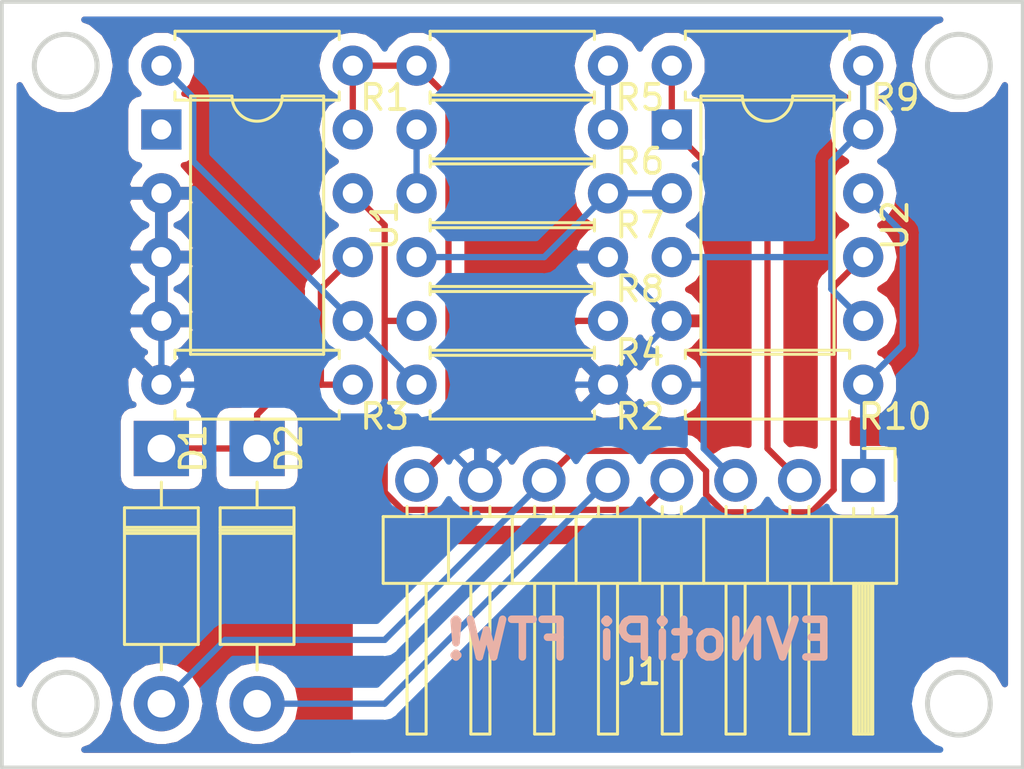
<source format=kicad_pcb>
(kicad_pcb (version 20171130) (host pcbnew 5.0.2+dfsg1-1)

  (general
    (thickness 1.6)
    (drawings 9)
    (tracks 80)
    (zones 0)
    (modules 15)
    (nets 15)
  )

  (page A4)
  (layers
    (0 F.Cu signal)
    (31 B.Cu signal)
    (32 B.Adhes user)
    (33 F.Adhes user)
    (34 B.Paste user)
    (35 F.Paste user)
    (36 B.SilkS user)
    (37 F.SilkS user)
    (38 B.Mask user)
    (39 F.Mask user)
    (40 Dwgs.User user)
    (41 Cmts.User user)
    (42 Eco1.User user)
    (43 Eco2.User user)
    (44 Edge.Cuts user)
    (45 Margin user)
    (46 B.CrtYd user)
    (47 F.CrtYd user)
    (48 B.Fab user)
    (49 F.Fab user)
  )

  (setup
    (last_trace_width 0.25)
    (trace_clearance 0.2)
    (zone_clearance 0.508)
    (zone_45_only no)
    (trace_min 0.2)
    (segment_width 0.15)
    (edge_width 0.15)
    (via_size 0.8)
    (via_drill 0.4)
    (via_min_size 0.4)
    (via_min_drill 0.3)
    (uvia_size 0.3)
    (uvia_drill 0.1)
    (uvias_allowed no)
    (uvia_min_size 0.2)
    (uvia_min_drill 0.1)
    (pcb_text_width 0.3)
    (pcb_text_size 1.5 1.5)
    (mod_edge_width 0.15)
    (mod_text_size 1 1)
    (mod_text_width 0.15)
    (pad_size 1.524 1.524)
    (pad_drill 0.762)
    (pad_to_mask_clearance 0.051)
    (solder_mask_min_width 0.25)
    (aux_axis_origin 0 0)
    (visible_elements FFFFFF7F)
    (pcbplotparams
      (layerselection 0x010fc_ffffffff)
      (usegerberextensions false)
      (usegerberattributes false)
      (usegerberadvancedattributes false)
      (creategerberjobfile false)
      (excludeedgelayer true)
      (linewidth 0.100000)
      (plotframeref false)
      (viasonmask false)
      (mode 1)
      (useauxorigin false)
      (hpglpennumber 1)
      (hpglpenspeed 20)
      (hpglpendiameter 15.000000)
      (psnegative false)
      (psa4output false)
      (plotreference true)
      (plotvalue true)
      (plotinvisibletext false)
      (padsonsilk false)
      (subtractmaskfromsilk false)
      (outputformat 1)
      (mirror false)
      (drillshape 1)
      (scaleselection 1)
      (outputdirectory "./"))
  )

  (net 0 "")
  (net 1 "Net-(D1-Pad1)")
  (net 2 IGN12V)
  (net 3 PiRUN)
  (net 4 !BATTOK)
  (net 5 !IGN)
  (net 6 "Net-(R1-Pad1)")
  (net 7 +12V)
  (net 8 GND)
  (net 9 !ON)
  (net 10 "Net-(R5-Pad2)")
  (net 11 "Net-(R6-Pad1)")
  (net 12 "Net-(R7-Pad2)")
  (net 13 +3V3)
  (net 14 "Net-(U1-Pad1)")

  (net_class Default "Dies ist die voreingestellte Netzklasse."
    (clearance 0.2)
    (trace_width 0.25)
    (via_dia 0.8)
    (via_drill 0.4)
    (uvia_dia 0.3)
    (uvia_drill 0.1)
    (add_net !BATTOK)
    (add_net !IGN)
    (add_net !ON)
    (add_net +12V)
    (add_net +3V3)
    (add_net GND)
    (add_net IGN12V)
    (add_net "Net-(D1-Pad1)")
    (add_net "Net-(R1-Pad1)")
    (add_net "Net-(R5-Pad2)")
    (add_net "Net-(R6-Pad1)")
    (add_net "Net-(R7-Pad2)")
    (add_net "Net-(U1-Pad1)")
    (add_net PiRUN)
  )

  (module Package_DIP:DIP-8_W7.62mm (layer F.Cu) (tedit 5A02E8C5) (tstamp 5C81CA9D)
    (at 35.56 50.8)
    (descr "8-lead though-hole mounted DIP package, row spacing 7.62 mm (300 mils)")
    (tags "THT DIP DIL PDIP 2.54mm 7.62mm 300mil")
    (path /5C65ED11)
    (fp_text reference U1 (at 8.89 3.81 90) (layer F.SilkS)
      (effects (font (size 1 1) (thickness 0.15)))
    )
    (fp_text value LM393 (at 3.81 9.95) (layer F.Fab)
      (effects (font (size 1 1) (thickness 0.15)))
    )
    (fp_arc (start 3.81 -1.33) (end 2.81 -1.33) (angle -180) (layer F.SilkS) (width 0.12))
    (fp_line (start 1.635 -1.27) (end 6.985 -1.27) (layer F.Fab) (width 0.1))
    (fp_line (start 6.985 -1.27) (end 6.985 8.89) (layer F.Fab) (width 0.1))
    (fp_line (start 6.985 8.89) (end 0.635 8.89) (layer F.Fab) (width 0.1))
    (fp_line (start 0.635 8.89) (end 0.635 -0.27) (layer F.Fab) (width 0.1))
    (fp_line (start 0.635 -0.27) (end 1.635 -1.27) (layer F.Fab) (width 0.1))
    (fp_line (start 2.81 -1.33) (end 1.16 -1.33) (layer F.SilkS) (width 0.12))
    (fp_line (start 1.16 -1.33) (end 1.16 8.95) (layer F.SilkS) (width 0.12))
    (fp_line (start 1.16 8.95) (end 6.46 8.95) (layer F.SilkS) (width 0.12))
    (fp_line (start 6.46 8.95) (end 6.46 -1.33) (layer F.SilkS) (width 0.12))
    (fp_line (start 6.46 -1.33) (end 4.81 -1.33) (layer F.SilkS) (width 0.12))
    (fp_line (start -1.1 -1.55) (end -1.1 9.15) (layer F.CrtYd) (width 0.05))
    (fp_line (start -1.1 9.15) (end 8.7 9.15) (layer F.CrtYd) (width 0.05))
    (fp_line (start 8.7 9.15) (end 8.7 -1.55) (layer F.CrtYd) (width 0.05))
    (fp_line (start 8.7 -1.55) (end -1.1 -1.55) (layer F.CrtYd) (width 0.05))
    (fp_text user %R (at 3.81 3.81 90) (layer F.Fab)
      (effects (font (size 1 1) (thickness 0.15)))
    )
    (pad 1 thru_hole rect (at 0 0) (size 1.6 1.6) (drill 0.8) (layers *.Cu *.Mask)
      (net 14 "Net-(U1-Pad1)"))
    (pad 5 thru_hole oval (at 7.62 7.62) (size 1.6 1.6) (drill 0.8) (layers *.Cu *.Mask)
      (net 6 "Net-(R1-Pad1)"))
    (pad 2 thru_hole oval (at 0 2.54) (size 1.6 1.6) (drill 0.8) (layers *.Cu *.Mask)
      (net 8 GND))
    (pad 6 thru_hole oval (at 7.62 5.08) (size 1.6 1.6) (drill 0.8) (layers *.Cu *.Mask)
      (net 1 "Net-(D1-Pad1)"))
    (pad 3 thru_hole oval (at 0 5.08) (size 1.6 1.6) (drill 0.8) (layers *.Cu *.Mask)
      (net 8 GND))
    (pad 7 thru_hole oval (at 7.62 2.54) (size 1.6 1.6) (drill 0.8) (layers *.Cu *.Mask)
      (net 9 !ON))
    (pad 4 thru_hole oval (at 0 7.62) (size 1.6 1.6) (drill 0.8) (layers *.Cu *.Mask)
      (net 8 GND))
    (pad 8 thru_hole oval (at 7.62 0) (size 1.6 1.6) (drill 0.8) (layers *.Cu *.Mask)
      (net 7 +12V))
    (model ${KISYS3DMOD}/Package_DIP.3dshapes/DIP-8_W7.62mm.wrl
      (at (xyz 0 0 0))
      (scale (xyz 1 1 1))
      (rotate (xyz 0 0 0))
    )
  )

  (module Package_DIP:DIP-8_W7.62mm (layer F.Cu) (tedit 5A02E8C5) (tstamp 5C6AE8ED)
    (at 55.88 50.8)
    (descr "8-lead though-hole mounted DIP package, row spacing 7.62 mm (300 mils)")
    (tags "THT DIP DIL PDIP 2.54mm 7.62mm 300mil")
    (path /5C66AE12)
    (fp_text reference U2 (at 8.89 3.81 90) (layer F.SilkS)
      (effects (font (size 1 1) (thickness 0.15)))
    )
    (fp_text value LM393 (at 3.81 9.95) (layer F.Fab)
      (effects (font (size 1 1) (thickness 0.15)))
    )
    (fp_text user %R (at 3.81 3.81) (layer F.Fab)
      (effects (font (size 1 1) (thickness 0.15)))
    )
    (fp_line (start 8.7 -1.55) (end -1.1 -1.55) (layer F.CrtYd) (width 0.05))
    (fp_line (start 8.7 9.15) (end 8.7 -1.55) (layer F.CrtYd) (width 0.05))
    (fp_line (start -1.1 9.15) (end 8.7 9.15) (layer F.CrtYd) (width 0.05))
    (fp_line (start -1.1 -1.55) (end -1.1 9.15) (layer F.CrtYd) (width 0.05))
    (fp_line (start 6.46 -1.33) (end 4.81 -1.33) (layer F.SilkS) (width 0.12))
    (fp_line (start 6.46 8.95) (end 6.46 -1.33) (layer F.SilkS) (width 0.12))
    (fp_line (start 1.16 8.95) (end 6.46 8.95) (layer F.SilkS) (width 0.12))
    (fp_line (start 1.16 -1.33) (end 1.16 8.95) (layer F.SilkS) (width 0.12))
    (fp_line (start 2.81 -1.33) (end 1.16 -1.33) (layer F.SilkS) (width 0.12))
    (fp_line (start 0.635 -0.27) (end 1.635 -1.27) (layer F.Fab) (width 0.1))
    (fp_line (start 0.635 8.89) (end 0.635 -0.27) (layer F.Fab) (width 0.1))
    (fp_line (start 6.985 8.89) (end 0.635 8.89) (layer F.Fab) (width 0.1))
    (fp_line (start 6.985 -1.27) (end 6.985 8.89) (layer F.Fab) (width 0.1))
    (fp_line (start 1.635 -1.27) (end 6.985 -1.27) (layer F.Fab) (width 0.1))
    (fp_arc (start 3.81 -1.33) (end 2.81 -1.33) (angle -180) (layer F.SilkS) (width 0.12))
    (pad 8 thru_hole oval (at 7.62 0) (size 1.6 1.6) (drill 0.8) (layers *.Cu *.Mask)
      (net 13 +3V3))
    (pad 4 thru_hole oval (at 0 7.62) (size 1.6 1.6) (drill 0.8) (layers *.Cu *.Mask)
      (net 8 GND))
    (pad 7 thru_hole oval (at 7.62 2.54) (size 1.6 1.6) (drill 0.8) (layers *.Cu *.Mask)
      (net 5 !IGN))
    (pad 3 thru_hole oval (at 0 5.08) (size 1.6 1.6) (drill 0.8) (layers *.Cu *.Mask)
      (net 13 +3V3))
    (pad 6 thru_hole oval (at 7.62 5.08) (size 1.6 1.6) (drill 0.8) (layers *.Cu *.Mask)
      (net 2 IGN12V))
    (pad 2 thru_hole oval (at 0 2.54) (size 1.6 1.6) (drill 0.8) (layers *.Cu *.Mask)
      (net 12 "Net-(R7-Pad2)"))
    (pad 5 thru_hole oval (at 7.62 7.62) (size 1.6 1.6) (drill 0.8) (layers *.Cu *.Mask)
      (net 13 +3V3))
    (pad 1 thru_hole rect (at 0 0) (size 1.6 1.6) (drill 0.8) (layers *.Cu *.Mask)
      (net 4 !BATTOK))
    (model ${KISYS3DMOD}/Package_DIP.3dshapes/DIP-8_W7.62mm.wrl
      (at (xyz 0 0 0))
      (scale (xyz 1 1 1))
      (rotate (xyz 0 0 0))
    )
  )

  (module Connector_PinHeader_2.54mm:PinHeader_1x08_P2.54mm_Horizontal (layer F.Cu) (tedit 5C6AE879) (tstamp 5C81C60F)
    (at 63.5 64.77 270)
    (descr "Through hole angled pin header, 1x08, 2.54mm pitch, 6mm pin length, single row")
    (tags "Through hole angled pin header THT 1x08 2.54mm single row")
    (path /5C69D0D2)
    (fp_text reference J1 (at 7.62 8.89) (layer F.SilkS)
      (effects (font (size 1 1) (thickness 0.15)))
    )
    (fp_text value Conn_01x08 (at 4.385 20.05 270) (layer F.Fab)
      (effects (font (size 1 1) (thickness 0.15)))
    )
    (fp_line (start 2.135 -1.27) (end 4.04 -1.27) (layer F.Fab) (width 0.1))
    (fp_line (start 4.04 -1.27) (end 4.04 19.05) (layer F.Fab) (width 0.1))
    (fp_line (start 4.04 19.05) (end 1.5 19.05) (layer F.Fab) (width 0.1))
    (fp_line (start 1.5 19.05) (end 1.5 -0.635) (layer F.Fab) (width 0.1))
    (fp_line (start 1.5 -0.635) (end 2.135 -1.27) (layer F.Fab) (width 0.1))
    (fp_line (start -0.32 -0.32) (end 1.5 -0.32) (layer F.Fab) (width 0.1))
    (fp_line (start -0.32 -0.32) (end -0.32 0.32) (layer F.Fab) (width 0.1))
    (fp_line (start -0.32 0.32) (end 1.5 0.32) (layer F.Fab) (width 0.1))
    (fp_line (start 4.04 -0.32) (end 10.04 -0.32) (layer F.Fab) (width 0.1))
    (fp_line (start 10.04 -0.32) (end 10.04 0.32) (layer F.Fab) (width 0.1))
    (fp_line (start 4.04 0.32) (end 10.04 0.32) (layer F.Fab) (width 0.1))
    (fp_line (start -0.32 2.22) (end 1.5 2.22) (layer F.Fab) (width 0.1))
    (fp_line (start -0.32 2.22) (end -0.32 2.86) (layer F.Fab) (width 0.1))
    (fp_line (start -0.32 2.86) (end 1.5 2.86) (layer F.Fab) (width 0.1))
    (fp_line (start 4.04 2.22) (end 10.04 2.22) (layer F.Fab) (width 0.1))
    (fp_line (start 10.04 2.22) (end 10.04 2.86) (layer F.Fab) (width 0.1))
    (fp_line (start 4.04 2.86) (end 10.04 2.86) (layer F.Fab) (width 0.1))
    (fp_line (start -0.32 4.76) (end 1.5 4.76) (layer F.Fab) (width 0.1))
    (fp_line (start -0.32 4.76) (end -0.32 5.4) (layer F.Fab) (width 0.1))
    (fp_line (start -0.32 5.4) (end 1.5 5.4) (layer F.Fab) (width 0.1))
    (fp_line (start 4.04 4.76) (end 10.04 4.76) (layer F.Fab) (width 0.1))
    (fp_line (start 10.04 4.76) (end 10.04 5.4) (layer F.Fab) (width 0.1))
    (fp_line (start 4.04 5.4) (end 10.04 5.4) (layer F.Fab) (width 0.1))
    (fp_line (start -0.32 7.3) (end 1.5 7.3) (layer F.Fab) (width 0.1))
    (fp_line (start -0.32 7.3) (end -0.32 7.94) (layer F.Fab) (width 0.1))
    (fp_line (start -0.32 7.94) (end 1.5 7.94) (layer F.Fab) (width 0.1))
    (fp_line (start 4.04 7.3) (end 10.04 7.3) (layer F.Fab) (width 0.1))
    (fp_line (start 10.04 7.3) (end 10.04 7.94) (layer F.Fab) (width 0.1))
    (fp_line (start 4.04 7.94) (end 10.04 7.94) (layer F.Fab) (width 0.1))
    (fp_line (start -0.32 9.84) (end 1.5 9.84) (layer F.Fab) (width 0.1))
    (fp_line (start -0.32 9.84) (end -0.32 10.48) (layer F.Fab) (width 0.1))
    (fp_line (start -0.32 10.48) (end 1.5 10.48) (layer F.Fab) (width 0.1))
    (fp_line (start 4.04 9.84) (end 10.04 9.84) (layer F.Fab) (width 0.1))
    (fp_line (start 10.04 9.84) (end 10.04 10.48) (layer F.Fab) (width 0.1))
    (fp_line (start 4.04 10.48) (end 10.04 10.48) (layer F.Fab) (width 0.1))
    (fp_line (start -0.32 12.38) (end 1.5 12.38) (layer F.Fab) (width 0.1))
    (fp_line (start -0.32 12.38) (end -0.32 13.02) (layer F.Fab) (width 0.1))
    (fp_line (start -0.32 13.02) (end 1.5 13.02) (layer F.Fab) (width 0.1))
    (fp_line (start 4.04 12.38) (end 10.04 12.38) (layer F.Fab) (width 0.1))
    (fp_line (start 10.04 12.38) (end 10.04 13.02) (layer F.Fab) (width 0.1))
    (fp_line (start 4.04 13.02) (end 10.04 13.02) (layer F.Fab) (width 0.1))
    (fp_line (start -0.32 14.92) (end 1.5 14.92) (layer F.Fab) (width 0.1))
    (fp_line (start -0.32 14.92) (end -0.32 15.56) (layer F.Fab) (width 0.1))
    (fp_line (start -0.32 15.56) (end 1.5 15.56) (layer F.Fab) (width 0.1))
    (fp_line (start 4.04 14.92) (end 10.04 14.92) (layer F.Fab) (width 0.1))
    (fp_line (start 10.04 14.92) (end 10.04 15.56) (layer F.Fab) (width 0.1))
    (fp_line (start 4.04 15.56) (end 10.04 15.56) (layer F.Fab) (width 0.1))
    (fp_line (start -0.32 17.46) (end 1.5 17.46) (layer F.Fab) (width 0.1))
    (fp_line (start -0.32 17.46) (end -0.32 18.1) (layer F.Fab) (width 0.1))
    (fp_line (start -0.32 18.1) (end 1.5 18.1) (layer F.Fab) (width 0.1))
    (fp_line (start 4.04 17.46) (end 10.04 17.46) (layer F.Fab) (width 0.1))
    (fp_line (start 10.04 17.46) (end 10.04 18.1) (layer F.Fab) (width 0.1))
    (fp_line (start 4.04 18.1) (end 10.04 18.1) (layer F.Fab) (width 0.1))
    (fp_line (start 1.44 -1.33) (end 1.44 19.11) (layer F.SilkS) (width 0.12))
    (fp_line (start 1.44 19.11) (end 4.1 19.11) (layer F.SilkS) (width 0.12))
    (fp_line (start 4.1 19.11) (end 4.1 -1.33) (layer F.SilkS) (width 0.12))
    (fp_line (start 4.1 -1.33) (end 1.44 -1.33) (layer F.SilkS) (width 0.12))
    (fp_line (start 4.1 -0.38) (end 10.1 -0.38) (layer F.SilkS) (width 0.12))
    (fp_line (start 10.1 -0.38) (end 10.1 0.38) (layer F.SilkS) (width 0.12))
    (fp_line (start 10.1 0.38) (end 4.1 0.38) (layer F.SilkS) (width 0.12))
    (fp_line (start 4.1 -0.32) (end 10.1 -0.32) (layer F.SilkS) (width 0.12))
    (fp_line (start 4.1 -0.2) (end 10.1 -0.2) (layer F.SilkS) (width 0.12))
    (fp_line (start 4.1 -0.08) (end 10.1 -0.08) (layer F.SilkS) (width 0.12))
    (fp_line (start 4.1 0.04) (end 10.1 0.04) (layer F.SilkS) (width 0.12))
    (fp_line (start 4.1 0.16) (end 10.1 0.16) (layer F.SilkS) (width 0.12))
    (fp_line (start 4.1 0.28) (end 10.1 0.28) (layer F.SilkS) (width 0.12))
    (fp_line (start 1.11 -0.38) (end 1.44 -0.38) (layer F.SilkS) (width 0.12))
    (fp_line (start 1.11 0.38) (end 1.44 0.38) (layer F.SilkS) (width 0.12))
    (fp_line (start 1.44 1.27) (end 4.1 1.27) (layer F.SilkS) (width 0.12))
    (fp_line (start 4.1 2.16) (end 10.1 2.16) (layer F.SilkS) (width 0.12))
    (fp_line (start 10.1 2.16) (end 10.1 2.92) (layer F.SilkS) (width 0.12))
    (fp_line (start 10.1 2.92) (end 4.1 2.92) (layer F.SilkS) (width 0.12))
    (fp_line (start 1.042929 2.16) (end 1.44 2.16) (layer F.SilkS) (width 0.12))
    (fp_line (start 1.042929 2.92) (end 1.44 2.92) (layer F.SilkS) (width 0.12))
    (fp_line (start 1.44 3.81) (end 4.1 3.81) (layer F.SilkS) (width 0.12))
    (fp_line (start 4.1 4.7) (end 10.1 4.7) (layer F.SilkS) (width 0.12))
    (fp_line (start 10.1 4.7) (end 10.1 5.46) (layer F.SilkS) (width 0.12))
    (fp_line (start 10.1 5.46) (end 4.1 5.46) (layer F.SilkS) (width 0.12))
    (fp_line (start 1.042929 4.7) (end 1.44 4.7) (layer F.SilkS) (width 0.12))
    (fp_line (start 1.042929 5.46) (end 1.44 5.46) (layer F.SilkS) (width 0.12))
    (fp_line (start 1.44 6.35) (end 4.1 6.35) (layer F.SilkS) (width 0.12))
    (fp_line (start 4.1 7.24) (end 10.1 7.24) (layer F.SilkS) (width 0.12))
    (fp_line (start 10.1 7.24) (end 10.1 8) (layer F.SilkS) (width 0.12))
    (fp_line (start 10.1 8) (end 4.1 8) (layer F.SilkS) (width 0.12))
    (fp_line (start 1.042929 7.24) (end 1.44 7.24) (layer F.SilkS) (width 0.12))
    (fp_line (start 1.042929 8) (end 1.44 8) (layer F.SilkS) (width 0.12))
    (fp_line (start 1.44 8.89) (end 4.1 8.89) (layer F.SilkS) (width 0.12))
    (fp_line (start 4.1 9.78) (end 10.1 9.78) (layer F.SilkS) (width 0.12))
    (fp_line (start 10.1 9.78) (end 10.1 10.54) (layer F.SilkS) (width 0.12))
    (fp_line (start 10.1 10.54) (end 4.1 10.54) (layer F.SilkS) (width 0.12))
    (fp_line (start 1.042929 9.78) (end 1.44 9.78) (layer F.SilkS) (width 0.12))
    (fp_line (start 1.042929 10.54) (end 1.44 10.54) (layer F.SilkS) (width 0.12))
    (fp_line (start 1.44 11.43) (end 4.1 11.43) (layer F.SilkS) (width 0.12))
    (fp_line (start 4.1 12.32) (end 10.1 12.32) (layer F.SilkS) (width 0.12))
    (fp_line (start 10.1 12.32) (end 10.1 13.08) (layer F.SilkS) (width 0.12))
    (fp_line (start 10.1 13.08) (end 4.1 13.08) (layer F.SilkS) (width 0.12))
    (fp_line (start 1.042929 12.32) (end 1.44 12.32) (layer F.SilkS) (width 0.12))
    (fp_line (start 1.042929 13.08) (end 1.44 13.08) (layer F.SilkS) (width 0.12))
    (fp_line (start 1.44 13.97) (end 4.1 13.97) (layer F.SilkS) (width 0.12))
    (fp_line (start 4.1 14.86) (end 10.1 14.86) (layer F.SilkS) (width 0.12))
    (fp_line (start 10.1 14.86) (end 10.1 15.62) (layer F.SilkS) (width 0.12))
    (fp_line (start 10.1 15.62) (end 4.1 15.62) (layer F.SilkS) (width 0.12))
    (fp_line (start 1.042929 14.86) (end 1.44 14.86) (layer F.SilkS) (width 0.12))
    (fp_line (start 1.042929 15.62) (end 1.44 15.62) (layer F.SilkS) (width 0.12))
    (fp_line (start 1.44 16.51) (end 4.1 16.51) (layer F.SilkS) (width 0.12))
    (fp_line (start 4.1 17.4) (end 10.1 17.4) (layer F.SilkS) (width 0.12))
    (fp_line (start 10.1 17.4) (end 10.1 18.16) (layer F.SilkS) (width 0.12))
    (fp_line (start 10.1 18.16) (end 4.1 18.16) (layer F.SilkS) (width 0.12))
    (fp_line (start 1.042929 17.4) (end 1.44 17.4) (layer F.SilkS) (width 0.12))
    (fp_line (start 1.042929 18.16) (end 1.44 18.16) (layer F.SilkS) (width 0.12))
    (fp_line (start -1.27 0) (end -1.27 -1.27) (layer F.SilkS) (width 0.12))
    (fp_line (start -1.27 -1.27) (end 0 -1.27) (layer F.SilkS) (width 0.12))
    (fp_line (start -1.8 -1.8) (end -1.8 19.55) (layer F.CrtYd) (width 0.05))
    (fp_line (start -1.8 19.55) (end 10.55 19.55) (layer F.CrtYd) (width 0.05))
    (fp_line (start 10.55 19.55) (end 10.55 -1.8) (layer F.CrtYd) (width 0.05))
    (fp_line (start 10.55 -1.8) (end -1.8 -1.8) (layer F.CrtYd) (width 0.05))
    (fp_text user %R (at 2.77 8.89) (layer F.Fab)
      (effects (font (size 1 1) (thickness 0.15)))
    )
    (pad 1 thru_hole rect (at 0 0 270) (size 1.7 1.7) (drill 1) (layers *.Cu *.Mask)
      (net 5 !IGN))
    (pad 2 thru_hole oval (at 0 2.54 270) (size 1.7 1.7) (drill 1) (layers *.Cu *.Mask)
      (net 4 !BATTOK))
    (pad 3 thru_hole oval (at 0 5.08 270) (size 1.7 1.7) (drill 1) (layers *.Cu *.Mask)
      (net 13 +3V3))
    (pad 4 thru_hole oval (at 0 7.62 270) (size 1.7 1.7) (drill 1) (layers *.Cu *.Mask)
      (net 9 !ON))
    (pad 5 thru_hole oval (at 0 10.16 270) (size 1.7 1.7) (drill 1) (layers *.Cu *.Mask)
      (net 3 PiRUN))
    (pad 6 thru_hole oval (at 0 12.7 270) (size 1.7 1.7) (drill 1) (layers *.Cu *.Mask)
      (net 2 IGN12V))
    (pad 7 thru_hole oval (at 0 15.24 270) (size 1.7 1.7) (drill 1) (layers *.Cu *.Mask)
      (net 8 GND))
    (pad 8 thru_hole oval (at 0 17.78 270) (size 1.7 1.7) (drill 1) (layers *.Cu *.Mask)
      (net 7 +12V))
    (model ${KISYS3DMOD}/Connector_PinHeader_2.54mm.3dshapes/PinHeader_1x08_P2.54mm_Horizontal.wrl
      (at (xyz 0 0 0))
      (scale (xyz 1 1 1))
      (rotate (xyz 0 0 0))
    )
  )

  (module Diode_THT:D_DO-41_SOD81_P10.16mm_Horizontal (layer F.Cu) (tedit 5C6AEE08) (tstamp 5C6B44E1)
    (at 35.56 63.5 270)
    (descr "Diode, DO-41_SOD81 series, Axial, Horizontal, pin pitch=10.16mm, , length*diameter=5.2*2.7mm^2, , http://www.diodes.com/_files/packages/DO-41%20(Plastic).pdf")
    (tags "Diode DO-41_SOD81 series Axial Horizontal pin pitch 10.16mm  length 5.2mm diameter 2.7mm")
    (path /5C697179)
    (fp_text reference D1 (at 0 -1.27 270) (layer F.SilkS)
      (effects (font (size 1 1) (thickness 0.15)))
    )
    (fp_text value 1N4002 (at 5.08 2.47 270) (layer F.Fab)
      (effects (font (size 1 1) (thickness 0.15)))
    )
    (fp_line (start 2.48 -1.35) (end 2.48 1.35) (layer F.Fab) (width 0.1))
    (fp_line (start 2.48 1.35) (end 7.68 1.35) (layer F.Fab) (width 0.1))
    (fp_line (start 7.68 1.35) (end 7.68 -1.35) (layer F.Fab) (width 0.1))
    (fp_line (start 7.68 -1.35) (end 2.48 -1.35) (layer F.Fab) (width 0.1))
    (fp_line (start 0 0) (end 2.48 0) (layer F.Fab) (width 0.1))
    (fp_line (start 10.16 0) (end 7.68 0) (layer F.Fab) (width 0.1))
    (fp_line (start 3.26 -1.35) (end 3.26 1.35) (layer F.Fab) (width 0.1))
    (fp_line (start 3.36 -1.35) (end 3.36 1.35) (layer F.Fab) (width 0.1))
    (fp_line (start 3.16 -1.35) (end 3.16 1.35) (layer F.Fab) (width 0.1))
    (fp_line (start 2.36 -1.47) (end 2.36 1.47) (layer F.SilkS) (width 0.12))
    (fp_line (start 2.36 1.47) (end 7.8 1.47) (layer F.SilkS) (width 0.12))
    (fp_line (start 7.8 1.47) (end 7.8 -1.47) (layer F.SilkS) (width 0.12))
    (fp_line (start 7.8 -1.47) (end 2.36 -1.47) (layer F.SilkS) (width 0.12))
    (fp_line (start 1.34 0) (end 2.36 0) (layer F.SilkS) (width 0.12))
    (fp_line (start 8.82 0) (end 7.8 0) (layer F.SilkS) (width 0.12))
    (fp_line (start 3.26 -1.47) (end 3.26 1.47) (layer F.SilkS) (width 0.12))
    (fp_line (start 3.38 -1.47) (end 3.38 1.47) (layer F.SilkS) (width 0.12))
    (fp_line (start 3.14 -1.47) (end 3.14 1.47) (layer F.SilkS) (width 0.12))
    (fp_line (start -1.35 -1.6) (end -1.35 1.6) (layer F.CrtYd) (width 0.05))
    (fp_line (start -1.35 1.6) (end 11.51 1.6) (layer F.CrtYd) (width 0.05))
    (fp_line (start 11.51 1.6) (end 11.51 -1.6) (layer F.CrtYd) (width 0.05))
    (fp_line (start 11.51 -1.6) (end -1.35 -1.6) (layer F.CrtYd) (width 0.05))
    (fp_text user %R (at 5.47 0 270) (layer F.Fab)
      (effects (font (size 1 1) (thickness 0.15)))
    )
    (fp_text user K (at 0 -2.1 270) (layer F.Fab)
      (effects (font (size 1 1) (thickness 0.15)))
    )
    (fp_text user K (at 0 -2.1 270) (layer F.SilkS) hide
      (effects (font (size 1 1) (thickness 0.15)))
    )
    (pad 1 thru_hole rect (at 0 0 270) (size 2.2 2.2) (drill 1.1) (layers *.Cu *.Mask)
      (net 1 "Net-(D1-Pad1)"))
    (pad 2 thru_hole oval (at 10.16 0 270) (size 2.2 2.2) (drill 1.1) (layers *.Cu *.Mask)
      (net 2 IGN12V))
    (model ${KISYS3DMOD}/Diode_THT.3dshapes/D_DO-41_SOD81_P10.16mm_Horizontal.wrl
      (at (xyz 0 0 0))
      (scale (xyz 1 1 1))
      (rotate (xyz 0 0 0))
    )
  )

  (module Diode_THT:D_DO-41_SOD81_P10.16mm_Horizontal (layer F.Cu) (tedit 5C6AEDFA) (tstamp 5C81C76F)
    (at 39.37 63.5 270)
    (descr "Diode, DO-41_SOD81 series, Axial, Horizontal, pin pitch=10.16mm, , length*diameter=5.2*2.7mm^2, , http://www.diodes.com/_files/packages/DO-41%20(Plastic).pdf")
    (tags "Diode DO-41_SOD81 series Axial Horizontal pin pitch 10.16mm  length 5.2mm diameter 2.7mm")
    (path /5C69722D)
    (fp_text reference D2 (at 0 -1.27 270) (layer F.SilkS)
      (effects (font (size 1 1) (thickness 0.15)))
    )
    (fp_text value 1N4002 (at 5.08 2.47 270) (layer F.Fab)
      (effects (font (size 1 1) (thickness 0.15)))
    )
    (fp_text user K (at 2.54 -2.54 270) (layer F.SilkS) hide
      (effects (font (size 1 1) (thickness 0.15)))
    )
    (fp_text user K (at 0 -2.54 270) (layer F.Fab)
      (effects (font (size 1 1) (thickness 0.15)))
    )
    (fp_text user %R (at 5.47 0 270) (layer F.Fab)
      (effects (font (size 1 1) (thickness 0.15)))
    )
    (fp_line (start 11.51 -1.6) (end -1.35 -1.6) (layer F.CrtYd) (width 0.05))
    (fp_line (start 11.51 1.6) (end 11.51 -1.6) (layer F.CrtYd) (width 0.05))
    (fp_line (start -1.35 1.6) (end 11.51 1.6) (layer F.CrtYd) (width 0.05))
    (fp_line (start -1.35 -1.6) (end -1.35 1.6) (layer F.CrtYd) (width 0.05))
    (fp_line (start 3.14 -1.47) (end 3.14 1.47) (layer F.SilkS) (width 0.12))
    (fp_line (start 3.38 -1.47) (end 3.38 1.47) (layer F.SilkS) (width 0.12))
    (fp_line (start 3.26 -1.47) (end 3.26 1.47) (layer F.SilkS) (width 0.12))
    (fp_line (start 8.82 0) (end 7.8 0) (layer F.SilkS) (width 0.12))
    (fp_line (start 1.34 0) (end 2.36 0) (layer F.SilkS) (width 0.12))
    (fp_line (start 7.8 -1.47) (end 2.36 -1.47) (layer F.SilkS) (width 0.12))
    (fp_line (start 7.8 1.47) (end 7.8 -1.47) (layer F.SilkS) (width 0.12))
    (fp_line (start 2.36 1.47) (end 7.8 1.47) (layer F.SilkS) (width 0.12))
    (fp_line (start 2.36 -1.47) (end 2.36 1.47) (layer F.SilkS) (width 0.12))
    (fp_line (start 3.16 -1.35) (end 3.16 1.35) (layer F.Fab) (width 0.1))
    (fp_line (start 3.36 -1.35) (end 3.36 1.35) (layer F.Fab) (width 0.1))
    (fp_line (start 3.26 -1.35) (end 3.26 1.35) (layer F.Fab) (width 0.1))
    (fp_line (start 10.16 0) (end 7.68 0) (layer F.Fab) (width 0.1))
    (fp_line (start 0 0) (end 2.48 0) (layer F.Fab) (width 0.1))
    (fp_line (start 7.68 -1.35) (end 2.48 -1.35) (layer F.Fab) (width 0.1))
    (fp_line (start 7.68 1.35) (end 7.68 -1.35) (layer F.Fab) (width 0.1))
    (fp_line (start 2.48 1.35) (end 7.68 1.35) (layer F.Fab) (width 0.1))
    (fp_line (start 2.48 -1.35) (end 2.48 1.35) (layer F.Fab) (width 0.1))
    (pad 2 thru_hole oval (at 10.16 0 270) (size 2.2 2.2) (drill 1.1) (layers *.Cu *.Mask)
      (net 3 PiRUN))
    (pad 1 thru_hole rect (at 0 0 270) (size 2.2 2.2) (drill 1.1) (layers *.Cu *.Mask)
      (net 1 "Net-(D1-Pad1)"))
    (model ${KISYS3DMOD}/Diode_THT.3dshapes/D_DO-41_SOD81_P10.16mm_Horizontal.wrl
      (at (xyz 0 0 0))
      (scale (xyz 1 1 1))
      (rotate (xyz 0 0 0))
    )
  )

  (module Resistor_THT:R_Axial_DIN0207_L6.3mm_D2.5mm_P7.62mm_Horizontal (layer F.Cu) (tedit 5AE5139B) (tstamp 5C81C521)
    (at 35.56 48.26)
    (descr "Resistor, Axial_DIN0207 series, Axial, Horizontal, pin pitch=7.62mm, 0.25W = 1/4W, length*diameter=6.3*2.5mm^2, http://cdn-reichelt.de/documents/datenblatt/B400/1_4W%23YAG.pdf")
    (tags "Resistor Axial_DIN0207 series Axial Horizontal pin pitch 7.62mm 0.25W = 1/4W length 6.3mm diameter 2.5mm")
    (path /5C696BE4)
    (fp_text reference R1 (at 8.89 1.27) (layer F.SilkS)
      (effects (font (size 1 1) (thickness 0.15)))
    )
    (fp_text value 10K (at 3.81 2.37) (layer F.Fab)
      (effects (font (size 1 1) (thickness 0.15)))
    )
    (fp_line (start 0.66 -1.25) (end 0.66 1.25) (layer F.Fab) (width 0.1))
    (fp_line (start 0.66 1.25) (end 6.96 1.25) (layer F.Fab) (width 0.1))
    (fp_line (start 6.96 1.25) (end 6.96 -1.25) (layer F.Fab) (width 0.1))
    (fp_line (start 6.96 -1.25) (end 0.66 -1.25) (layer F.Fab) (width 0.1))
    (fp_line (start 0 0) (end 0.66 0) (layer F.Fab) (width 0.1))
    (fp_line (start 7.62 0) (end 6.96 0) (layer F.Fab) (width 0.1))
    (fp_line (start 0.54 -1.04) (end 0.54 -1.37) (layer F.SilkS) (width 0.12))
    (fp_line (start 0.54 -1.37) (end 7.08 -1.37) (layer F.SilkS) (width 0.12))
    (fp_line (start 7.08 -1.37) (end 7.08 -1.04) (layer F.SilkS) (width 0.12))
    (fp_line (start 0.54 1.04) (end 0.54 1.37) (layer F.SilkS) (width 0.12))
    (fp_line (start 0.54 1.37) (end 7.08 1.37) (layer F.SilkS) (width 0.12))
    (fp_line (start 7.08 1.37) (end 7.08 1.04) (layer F.SilkS) (width 0.12))
    (fp_line (start -1.05 -1.5) (end -1.05 1.5) (layer F.CrtYd) (width 0.05))
    (fp_line (start -1.05 1.5) (end 8.67 1.5) (layer F.CrtYd) (width 0.05))
    (fp_line (start 8.67 1.5) (end 8.67 -1.5) (layer F.CrtYd) (width 0.05))
    (fp_line (start 8.67 -1.5) (end -1.05 -1.5) (layer F.CrtYd) (width 0.05))
    (fp_text user %R (at 3.81 0) (layer F.Fab)
      (effects (font (size 1 1) (thickness 0.15)))
    )
    (pad 1 thru_hole circle (at 0 0) (size 1.6 1.6) (drill 0.8) (layers *.Cu *.Mask)
      (net 6 "Net-(R1-Pad1)"))
    (pad 2 thru_hole oval (at 7.62 0) (size 1.6 1.6) (drill 0.8) (layers *.Cu *.Mask)
      (net 7 +12V))
    (model ${KISYS3DMOD}/Resistor_THT.3dshapes/R_Axial_DIN0207_L6.3mm_D2.5mm_P7.62mm_Horizontal.wrl
      (at (xyz 0 0 0))
      (scale (xyz 1 1 1))
      (rotate (xyz 0 0 0))
    )
  )

  (module Resistor_THT:R_Axial_DIN0207_L6.3mm_D2.5mm_P7.62mm_Horizontal (layer F.Cu) (tedit 5C6AE653) (tstamp 5C81C44C)
    (at 53.34 60.96 180)
    (descr "Resistor, Axial_DIN0207 series, Axial, Horizontal, pin pitch=7.62mm, 0.25W = 1/4W, length*diameter=6.3*2.5mm^2, http://cdn-reichelt.de/documents/datenblatt/B400/1_4W%23YAG.pdf")
    (tags "Resistor Axial_DIN0207 series Axial Horizontal pin pitch 7.62mm 0.25W = 1/4W length 6.3mm diameter 2.5mm")
    (path /5C696DDD)
    (fp_text reference R2 (at -1.27 -1.27 180) (layer F.SilkS)
      (effects (font (size 1 1) (thickness 0.15)))
    )
    (fp_text value 2,2K (at 3.81 2.37 180) (layer F.Fab)
      (effects (font (size 1 1) (thickness 0.15)))
    )
    (fp_text user %R (at 3.81 0 180) (layer F.Fab)
      (effects (font (size 1 1) (thickness 0.15)))
    )
    (fp_line (start 8.67 -1.5) (end -1.05 -1.5) (layer F.CrtYd) (width 0.05))
    (fp_line (start 8.67 1.5) (end 8.67 -1.5) (layer F.CrtYd) (width 0.05))
    (fp_line (start -1.05 1.5) (end 8.67 1.5) (layer F.CrtYd) (width 0.05))
    (fp_line (start -1.05 -1.5) (end -1.05 1.5) (layer F.CrtYd) (width 0.05))
    (fp_line (start 7.08 1.37) (end 7.08 1.04) (layer F.SilkS) (width 0.12))
    (fp_line (start 0.54 1.37) (end 7.08 1.37) (layer F.SilkS) (width 0.12))
    (fp_line (start 0.54 1.04) (end 0.54 1.37) (layer F.SilkS) (width 0.12))
    (fp_line (start 7.08 -1.37) (end 7.08 -1.04) (layer F.SilkS) (width 0.12))
    (fp_line (start 0.54 -1.37) (end 7.08 -1.37) (layer F.SilkS) (width 0.12))
    (fp_line (start 0.54 -1.04) (end 0.54 -1.37) (layer F.SilkS) (width 0.12))
    (fp_line (start 7.62 0) (end 6.96 0) (layer F.Fab) (width 0.1))
    (fp_line (start 0 0) (end 0.66 0) (layer F.Fab) (width 0.1))
    (fp_line (start 6.96 -1.25) (end 0.66 -1.25) (layer F.Fab) (width 0.1))
    (fp_line (start 6.96 1.25) (end 6.96 -1.25) (layer F.Fab) (width 0.1))
    (fp_line (start 0.66 1.25) (end 6.96 1.25) (layer F.Fab) (width 0.1))
    (fp_line (start 0.66 -1.25) (end 0.66 1.25) (layer F.Fab) (width 0.1))
    (pad 2 thru_hole oval (at 7.62 0 180) (size 1.6 1.6) (drill 0.8) (layers *.Cu *.Mask)
      (net 6 "Net-(R1-Pad1)"))
    (pad 1 thru_hole circle (at 0 0 180) (size 1.6 1.6) (drill 0.8) (layers *.Cu *.Mask)
      (net 8 GND))
    (model ${KISYS3DMOD}/Resistor_THT.3dshapes/R_Axial_DIN0207_L6.3mm_D2.5mm_P7.62mm_Horizontal.wrl
      (at (xyz 0 0 0))
      (scale (xyz 1 1 1))
      (rotate (xyz 0 0 0))
    )
  )

  (module Resistor_THT:R_Axial_DIN0207_L6.3mm_D2.5mm_P7.62mm_Horizontal (layer F.Cu) (tedit 5AE5139B) (tstamp 5C81C40A)
    (at 35.56 60.96)
    (descr "Resistor, Axial_DIN0207 series, Axial, Horizontal, pin pitch=7.62mm, 0.25W = 1/4W, length*diameter=6.3*2.5mm^2, http://cdn-reichelt.de/documents/datenblatt/B400/1_4W%23YAG.pdf")
    (tags "Resistor Axial_DIN0207 series Axial Horizontal pin pitch 7.62mm 0.25W = 1/4W length 6.3mm diameter 2.5mm")
    (path /5C696F66)
    (fp_text reference R3 (at 8.89 1.27) (layer F.SilkS)
      (effects (font (size 1 1) (thickness 0.15)))
    )
    (fp_text value 100K (at 3.81 2.37) (layer F.Fab)
      (effects (font (size 1 1) (thickness 0.15)))
    )
    (fp_line (start 0.66 -1.25) (end 0.66 1.25) (layer F.Fab) (width 0.1))
    (fp_line (start 0.66 1.25) (end 6.96 1.25) (layer F.Fab) (width 0.1))
    (fp_line (start 6.96 1.25) (end 6.96 -1.25) (layer F.Fab) (width 0.1))
    (fp_line (start 6.96 -1.25) (end 0.66 -1.25) (layer F.Fab) (width 0.1))
    (fp_line (start 0 0) (end 0.66 0) (layer F.Fab) (width 0.1))
    (fp_line (start 7.62 0) (end 6.96 0) (layer F.Fab) (width 0.1))
    (fp_line (start 0.54 -1.04) (end 0.54 -1.37) (layer F.SilkS) (width 0.12))
    (fp_line (start 0.54 -1.37) (end 7.08 -1.37) (layer F.SilkS) (width 0.12))
    (fp_line (start 7.08 -1.37) (end 7.08 -1.04) (layer F.SilkS) (width 0.12))
    (fp_line (start 0.54 1.04) (end 0.54 1.37) (layer F.SilkS) (width 0.12))
    (fp_line (start 0.54 1.37) (end 7.08 1.37) (layer F.SilkS) (width 0.12))
    (fp_line (start 7.08 1.37) (end 7.08 1.04) (layer F.SilkS) (width 0.12))
    (fp_line (start -1.05 -1.5) (end -1.05 1.5) (layer F.CrtYd) (width 0.05))
    (fp_line (start -1.05 1.5) (end 8.67 1.5) (layer F.CrtYd) (width 0.05))
    (fp_line (start 8.67 1.5) (end 8.67 -1.5) (layer F.CrtYd) (width 0.05))
    (fp_line (start 8.67 -1.5) (end -1.05 -1.5) (layer F.CrtYd) (width 0.05))
    (fp_text user %R (at 3.81 0) (layer F.Fab)
      (effects (font (size 1 1) (thickness 0.15)))
    )
    (pad 1 thru_hole circle (at 0 0) (size 1.6 1.6) (drill 0.8) (layers *.Cu *.Mask)
      (net 8 GND))
    (pad 2 thru_hole oval (at 7.62 0) (size 1.6 1.6) (drill 0.8) (layers *.Cu *.Mask)
      (net 1 "Net-(D1-Pad1)"))
    (model ${KISYS3DMOD}/Resistor_THT.3dshapes/R_Axial_DIN0207_L6.3mm_D2.5mm_P7.62mm_Horizontal.wrl
      (at (xyz 0 0 0))
      (scale (xyz 1 1 1))
      (rotate (xyz 0 0 0))
    )
  )

  (module Resistor_THT:R_Axial_DIN0207_L6.3mm_D2.5mm_P7.62mm_Horizontal (layer F.Cu) (tedit 5C6AE60F) (tstamp 5C81C563)
    (at 45.72 58.42)
    (descr "Resistor, Axial_DIN0207 series, Axial, Horizontal, pin pitch=7.62mm, 0.25W = 1/4W, length*diameter=6.3*2.5mm^2, http://cdn-reichelt.de/documents/datenblatt/B400/1_4W%23YAG.pdf")
    (tags "Resistor Axial_DIN0207 series Axial Horizontal pin pitch 7.62mm 0.25W = 1/4W length 6.3mm diameter 2.5mm")
    (path /5C69767E)
    (fp_text reference R4 (at 8.89 1.27) (layer F.SilkS)
      (effects (font (size 1 1) (thickness 0.15)))
    )
    (fp_text value 100K (at 3.81 2.37) (layer F.Fab)
      (effects (font (size 1 1) (thickness 0.15)))
    )
    (fp_text user %R (at 3.81 0) (layer F.Fab)
      (effects (font (size 1 1) (thickness 0.15)))
    )
    (fp_line (start 8.67 -1.5) (end -1.05 -1.5) (layer F.CrtYd) (width 0.05))
    (fp_line (start 8.67 1.5) (end 8.67 -1.5) (layer F.CrtYd) (width 0.05))
    (fp_line (start -1.05 1.5) (end 8.67 1.5) (layer F.CrtYd) (width 0.05))
    (fp_line (start -1.05 -1.5) (end -1.05 1.5) (layer F.CrtYd) (width 0.05))
    (fp_line (start 7.08 1.37) (end 7.08 1.04) (layer F.SilkS) (width 0.12))
    (fp_line (start 0.54 1.37) (end 7.08 1.37) (layer F.SilkS) (width 0.12))
    (fp_line (start 0.54 1.04) (end 0.54 1.37) (layer F.SilkS) (width 0.12))
    (fp_line (start 7.08 -1.37) (end 7.08 -1.04) (layer F.SilkS) (width 0.12))
    (fp_line (start 0.54 -1.37) (end 7.08 -1.37) (layer F.SilkS) (width 0.12))
    (fp_line (start 0.54 -1.04) (end 0.54 -1.37) (layer F.SilkS) (width 0.12))
    (fp_line (start 7.62 0) (end 6.96 0) (layer F.Fab) (width 0.1))
    (fp_line (start 0 0) (end 0.66 0) (layer F.Fab) (width 0.1))
    (fp_line (start 6.96 -1.25) (end 0.66 -1.25) (layer F.Fab) (width 0.1))
    (fp_line (start 6.96 1.25) (end 6.96 -1.25) (layer F.Fab) (width 0.1))
    (fp_line (start 0.66 1.25) (end 6.96 1.25) (layer F.Fab) (width 0.1))
    (fp_line (start 0.66 -1.25) (end 0.66 1.25) (layer F.Fab) (width 0.1))
    (pad 2 thru_hole oval (at 7.62 0) (size 1.6 1.6) (drill 0.8) (layers *.Cu *.Mask)
      (net 7 +12V))
    (pad 1 thru_hole circle (at 0 0) (size 1.6 1.6) (drill 0.8) (layers *.Cu *.Mask)
      (net 9 !ON))
    (model ${KISYS3DMOD}/Resistor_THT.3dshapes/R_Axial_DIN0207_L6.3mm_D2.5mm_P7.62mm_Horizontal.wrl
      (at (xyz 0 0 0))
      (scale (xyz 1 1 1))
      (rotate (xyz 0 0 0))
    )
  )

  (module Resistor_THT:R_Axial_DIN0207_L6.3mm_D2.5mm_P7.62mm_Horizontal (layer F.Cu) (tedit 5AE5139B) (tstamp 5C6AEBF5)
    (at 45.72 48.26)
    (descr "Resistor, Axial_DIN0207 series, Axial, Horizontal, pin pitch=7.62mm, 0.25W = 1/4W, length*diameter=6.3*2.5mm^2, http://cdn-reichelt.de/documents/datenblatt/B400/1_4W%23YAG.pdf")
    (tags "Resistor Axial_DIN0207 series Axial Horizontal pin pitch 7.62mm 0.25W = 1/4W length 6.3mm diameter 2.5mm")
    (path /5C698EC8)
    (fp_text reference R5 (at 8.89 1.27) (layer F.SilkS)
      (effects (font (size 1 1) (thickness 0.15)))
    )
    (fp_text value 4,7K (at 3.81 2.37) (layer F.Fab)
      (effects (font (size 1 1) (thickness 0.15)))
    )
    (fp_line (start 0.66 -1.25) (end 0.66 1.25) (layer F.Fab) (width 0.1))
    (fp_line (start 0.66 1.25) (end 6.96 1.25) (layer F.Fab) (width 0.1))
    (fp_line (start 6.96 1.25) (end 6.96 -1.25) (layer F.Fab) (width 0.1))
    (fp_line (start 6.96 -1.25) (end 0.66 -1.25) (layer F.Fab) (width 0.1))
    (fp_line (start 0 0) (end 0.66 0) (layer F.Fab) (width 0.1))
    (fp_line (start 7.62 0) (end 6.96 0) (layer F.Fab) (width 0.1))
    (fp_line (start 0.54 -1.04) (end 0.54 -1.37) (layer F.SilkS) (width 0.12))
    (fp_line (start 0.54 -1.37) (end 7.08 -1.37) (layer F.SilkS) (width 0.12))
    (fp_line (start 7.08 -1.37) (end 7.08 -1.04) (layer F.SilkS) (width 0.12))
    (fp_line (start 0.54 1.04) (end 0.54 1.37) (layer F.SilkS) (width 0.12))
    (fp_line (start 0.54 1.37) (end 7.08 1.37) (layer F.SilkS) (width 0.12))
    (fp_line (start 7.08 1.37) (end 7.08 1.04) (layer F.SilkS) (width 0.12))
    (fp_line (start -1.05 -1.5) (end -1.05 1.5) (layer F.CrtYd) (width 0.05))
    (fp_line (start -1.05 1.5) (end 8.67 1.5) (layer F.CrtYd) (width 0.05))
    (fp_line (start 8.67 1.5) (end 8.67 -1.5) (layer F.CrtYd) (width 0.05))
    (fp_line (start 8.67 -1.5) (end -1.05 -1.5) (layer F.CrtYd) (width 0.05))
    (fp_text user %R (at 3.81 0) (layer F.Fab)
      (effects (font (size 1 1) (thickness 0.15)))
    )
    (pad 1 thru_hole circle (at 0 0) (size 1.6 1.6) (drill 0.8) (layers *.Cu *.Mask)
      (net 7 +12V))
    (pad 2 thru_hole oval (at 7.62 0) (size 1.6 1.6) (drill 0.8) (layers *.Cu *.Mask)
      (net 10 "Net-(R5-Pad2)"))
    (model ${KISYS3DMOD}/Resistor_THT.3dshapes/R_Axial_DIN0207_L6.3mm_D2.5mm_P7.62mm_Horizontal.wrl
      (at (xyz 0 0 0))
      (scale (xyz 1 1 1))
      (rotate (xyz 0 0 0))
    )
  )

  (module Resistor_THT:R_Axial_DIN0207_L6.3mm_D2.5mm_P7.62mm_Horizontal (layer F.Cu) (tedit 5AE5139B) (tstamp 5C81C2F3)
    (at 45.72 50.8)
    (descr "Resistor, Axial_DIN0207 series, Axial, Horizontal, pin pitch=7.62mm, 0.25W = 1/4W, length*diameter=6.3*2.5mm^2, http://cdn-reichelt.de/documents/datenblatt/B400/1_4W%23YAG.pdf")
    (tags "Resistor Axial_DIN0207 series Axial Horizontal pin pitch 7.62mm 0.25W = 1/4W length 6.3mm diameter 2.5mm")
    (path /5C698F5B)
    (fp_text reference R6 (at 8.89 1.27) (layer F.SilkS)
      (effects (font (size 1 1) (thickness 0.15)))
    )
    (fp_text value 27K (at 3.81 2.37) (layer F.Fab)
      (effects (font (size 1 1) (thickness 0.15)))
    )
    (fp_text user %R (at 3.81 0) (layer F.Fab)
      (effects (font (size 1 1) (thickness 0.15)))
    )
    (fp_line (start 8.67 -1.5) (end -1.05 -1.5) (layer F.CrtYd) (width 0.05))
    (fp_line (start 8.67 1.5) (end 8.67 -1.5) (layer F.CrtYd) (width 0.05))
    (fp_line (start -1.05 1.5) (end 8.67 1.5) (layer F.CrtYd) (width 0.05))
    (fp_line (start -1.05 -1.5) (end -1.05 1.5) (layer F.CrtYd) (width 0.05))
    (fp_line (start 7.08 1.37) (end 7.08 1.04) (layer F.SilkS) (width 0.12))
    (fp_line (start 0.54 1.37) (end 7.08 1.37) (layer F.SilkS) (width 0.12))
    (fp_line (start 0.54 1.04) (end 0.54 1.37) (layer F.SilkS) (width 0.12))
    (fp_line (start 7.08 -1.37) (end 7.08 -1.04) (layer F.SilkS) (width 0.12))
    (fp_line (start 0.54 -1.37) (end 7.08 -1.37) (layer F.SilkS) (width 0.12))
    (fp_line (start 0.54 -1.04) (end 0.54 -1.37) (layer F.SilkS) (width 0.12))
    (fp_line (start 7.62 0) (end 6.96 0) (layer F.Fab) (width 0.1))
    (fp_line (start 0 0) (end 0.66 0) (layer F.Fab) (width 0.1))
    (fp_line (start 6.96 -1.25) (end 0.66 -1.25) (layer F.Fab) (width 0.1))
    (fp_line (start 6.96 1.25) (end 6.96 -1.25) (layer F.Fab) (width 0.1))
    (fp_line (start 0.66 1.25) (end 6.96 1.25) (layer F.Fab) (width 0.1))
    (fp_line (start 0.66 -1.25) (end 0.66 1.25) (layer F.Fab) (width 0.1))
    (pad 2 thru_hole oval (at 7.62 0) (size 1.6 1.6) (drill 0.8) (layers *.Cu *.Mask)
      (net 10 "Net-(R5-Pad2)"))
    (pad 1 thru_hole circle (at 0 0) (size 1.6 1.6) (drill 0.8) (layers *.Cu *.Mask)
      (net 11 "Net-(R6-Pad1)"))
    (model ${KISYS3DMOD}/Resistor_THT.3dshapes/R_Axial_DIN0207_L6.3mm_D2.5mm_P7.62mm_Horizontal.wrl
      (at (xyz 0 0 0))
      (scale (xyz 1 1 1))
      (rotate (xyz 0 0 0))
    )
  )

  (module Resistor_THT:R_Axial_DIN0207_L6.3mm_D2.5mm_P7.62mm_Horizontal (layer F.Cu) (tedit 5AE5139B) (tstamp 5C81C725)
    (at 45.72 53.34)
    (descr "Resistor, Axial_DIN0207 series, Axial, Horizontal, pin pitch=7.62mm, 0.25W = 1/4W, length*diameter=6.3*2.5mm^2, http://cdn-reichelt.de/documents/datenblatt/B400/1_4W%23YAG.pdf")
    (tags "Resistor Axial_DIN0207 series Axial Horizontal pin pitch 7.62mm 0.25W = 1/4W length 6.3mm diameter 2.5mm")
    (path /5C698F93)
    (fp_text reference R7 (at 8.89 1.27) (layer F.SilkS)
      (effects (font (size 1 1) (thickness 0.15)))
    )
    (fp_text value 47K (at 3.81 2.37) (layer F.Fab)
      (effects (font (size 1 1) (thickness 0.15)))
    )
    (fp_line (start 0.66 -1.25) (end 0.66 1.25) (layer F.Fab) (width 0.1))
    (fp_line (start 0.66 1.25) (end 6.96 1.25) (layer F.Fab) (width 0.1))
    (fp_line (start 6.96 1.25) (end 6.96 -1.25) (layer F.Fab) (width 0.1))
    (fp_line (start 6.96 -1.25) (end 0.66 -1.25) (layer F.Fab) (width 0.1))
    (fp_line (start 0 0) (end 0.66 0) (layer F.Fab) (width 0.1))
    (fp_line (start 7.62 0) (end 6.96 0) (layer F.Fab) (width 0.1))
    (fp_line (start 0.54 -1.04) (end 0.54 -1.37) (layer F.SilkS) (width 0.12))
    (fp_line (start 0.54 -1.37) (end 7.08 -1.37) (layer F.SilkS) (width 0.12))
    (fp_line (start 7.08 -1.37) (end 7.08 -1.04) (layer F.SilkS) (width 0.12))
    (fp_line (start 0.54 1.04) (end 0.54 1.37) (layer F.SilkS) (width 0.12))
    (fp_line (start 0.54 1.37) (end 7.08 1.37) (layer F.SilkS) (width 0.12))
    (fp_line (start 7.08 1.37) (end 7.08 1.04) (layer F.SilkS) (width 0.12))
    (fp_line (start -1.05 -1.5) (end -1.05 1.5) (layer F.CrtYd) (width 0.05))
    (fp_line (start -1.05 1.5) (end 8.67 1.5) (layer F.CrtYd) (width 0.05))
    (fp_line (start 8.67 1.5) (end 8.67 -1.5) (layer F.CrtYd) (width 0.05))
    (fp_line (start 8.67 -1.5) (end -1.05 -1.5) (layer F.CrtYd) (width 0.05))
    (fp_text user %R (at 3.81 0) (layer F.Fab)
      (effects (font (size 1 1) (thickness 0.15)))
    )
    (pad 1 thru_hole circle (at 0 0) (size 1.6 1.6) (drill 0.8) (layers *.Cu *.Mask)
      (net 11 "Net-(R6-Pad1)"))
    (pad 2 thru_hole oval (at 7.62 0) (size 1.6 1.6) (drill 0.8) (layers *.Cu *.Mask)
      (net 12 "Net-(R7-Pad2)"))
    (model ${KISYS3DMOD}/Resistor_THT.3dshapes/R_Axial_DIN0207_L6.3mm_D2.5mm_P7.62mm_Horizontal.wrl
      (at (xyz 0 0 0))
      (scale (xyz 1 1 1))
      (rotate (xyz 0 0 0))
    )
  )

  (module Resistor_THT:R_Axial_DIN0207_L6.3mm_D2.5mm_P7.62mm_Horizontal (layer F.Cu) (tedit 5C6AE610) (tstamp 5C81C48E)
    (at 45.72 55.88)
    (descr "Resistor, Axial_DIN0207 series, Axial, Horizontal, pin pitch=7.62mm, 0.25W = 1/4W, length*diameter=6.3*2.5mm^2, http://cdn-reichelt.de/documents/datenblatt/B400/1_4W%23YAG.pdf")
    (tags "Resistor Axial_DIN0207 series Axial Horizontal pin pitch 7.62mm 0.25W = 1/4W length 6.3mm diameter 2.5mm")
    (path /5C69934F)
    (fp_text reference R8 (at 8.89 1.27) (layer F.SilkS)
      (effects (font (size 1 1) (thickness 0.15)))
    )
    (fp_text value 33K (at 3.81 2.37) (layer F.Fab)
      (effects (font (size 1 1) (thickness 0.15)))
    )
    (fp_text user %R (at 3.81 0) (layer F.Fab)
      (effects (font (size 1 1) (thickness 0.15)))
    )
    (fp_line (start 8.67 -1.5) (end -1.05 -1.5) (layer F.CrtYd) (width 0.05))
    (fp_line (start 8.67 1.5) (end 8.67 -1.5) (layer F.CrtYd) (width 0.05))
    (fp_line (start -1.05 1.5) (end 8.67 1.5) (layer F.CrtYd) (width 0.05))
    (fp_line (start -1.05 -1.5) (end -1.05 1.5) (layer F.CrtYd) (width 0.05))
    (fp_line (start 7.08 1.37) (end 7.08 1.04) (layer F.SilkS) (width 0.12))
    (fp_line (start 0.54 1.37) (end 7.08 1.37) (layer F.SilkS) (width 0.12))
    (fp_line (start 0.54 1.04) (end 0.54 1.37) (layer F.SilkS) (width 0.12))
    (fp_line (start 7.08 -1.37) (end 7.08 -1.04) (layer F.SilkS) (width 0.12))
    (fp_line (start 0.54 -1.37) (end 7.08 -1.37) (layer F.SilkS) (width 0.12))
    (fp_line (start 0.54 -1.04) (end 0.54 -1.37) (layer F.SilkS) (width 0.12))
    (fp_line (start 7.62 0) (end 6.96 0) (layer F.Fab) (width 0.1))
    (fp_line (start 0 0) (end 0.66 0) (layer F.Fab) (width 0.1))
    (fp_line (start 6.96 -1.25) (end 0.66 -1.25) (layer F.Fab) (width 0.1))
    (fp_line (start 6.96 1.25) (end 6.96 -1.25) (layer F.Fab) (width 0.1))
    (fp_line (start 0.66 1.25) (end 6.96 1.25) (layer F.Fab) (width 0.1))
    (fp_line (start 0.66 -1.25) (end 0.66 1.25) (layer F.Fab) (width 0.1))
    (pad 2 thru_hole oval (at 7.62 0) (size 1.6 1.6) (drill 0.8) (layers *.Cu *.Mask)
      (net 8 GND))
    (pad 1 thru_hole circle (at 0 0) (size 1.6 1.6) (drill 0.8) (layers *.Cu *.Mask)
      (net 12 "Net-(R7-Pad2)"))
    (model ${KISYS3DMOD}/Resistor_THT.3dshapes/R_Axial_DIN0207_L6.3mm_D2.5mm_P7.62mm_Horizontal.wrl
      (at (xyz 0 0 0))
      (scale (xyz 1 1 1))
      (rotate (xyz 0 0 0))
    )
  )

  (module Resistor_THT:R_Axial_DIN0207_L6.3mm_D2.5mm_P7.62mm_Horizontal (layer F.Cu) (tedit 5C6AE6E1) (tstamp 5C81C386)
    (at 55.88 48.26)
    (descr "Resistor, Axial_DIN0207 series, Axial, Horizontal, pin pitch=7.62mm, 0.25W = 1/4W, length*diameter=6.3*2.5mm^2, http://cdn-reichelt.de/documents/datenblatt/B400/1_4W%23YAG.pdf")
    (tags "Resistor Axial_DIN0207 series Axial Horizontal pin pitch 7.62mm 0.25W = 1/4W length 6.3mm diameter 2.5mm")
    (path /5C69A9DA)
    (fp_text reference R9 (at 8.89 1.27) (layer F.SilkS)
      (effects (font (size 1 1) (thickness 0.15)))
    )
    (fp_text value 10K (at 3.81 2.37) (layer F.Fab) hide
      (effects (font (size 1 1) (thickness 0.15)))
    )
    (fp_line (start 0.66 -1.25) (end 0.66 1.25) (layer F.Fab) (width 0.1))
    (fp_line (start 0.66 1.25) (end 6.96 1.25) (layer F.Fab) (width 0.1))
    (fp_line (start 6.96 1.25) (end 6.96 -1.25) (layer F.Fab) (width 0.1))
    (fp_line (start 6.96 -1.25) (end 0.66 -1.25) (layer F.Fab) (width 0.1))
    (fp_line (start 0 0) (end 0.66 0) (layer F.Fab) (width 0.1))
    (fp_line (start 7.62 0) (end 6.96 0) (layer F.Fab) (width 0.1))
    (fp_line (start 0.54 -1.04) (end 0.54 -1.37) (layer F.SilkS) (width 0.12))
    (fp_line (start 0.54 -1.37) (end 7.08 -1.37) (layer F.SilkS) (width 0.12))
    (fp_line (start 7.08 -1.37) (end 7.08 -1.04) (layer F.SilkS) (width 0.12))
    (fp_line (start 0.54 1.04) (end 0.54 1.37) (layer F.SilkS) (width 0.12))
    (fp_line (start 0.54 1.37) (end 7.08 1.37) (layer F.SilkS) (width 0.12))
    (fp_line (start 7.08 1.37) (end 7.08 1.04) (layer F.SilkS) (width 0.12))
    (fp_line (start -1.05 -1.5) (end -1.05 1.5) (layer F.CrtYd) (width 0.05))
    (fp_line (start -1.05 1.5) (end 8.67 1.5) (layer F.CrtYd) (width 0.05))
    (fp_line (start 8.67 1.5) (end 8.67 -1.5) (layer F.CrtYd) (width 0.05))
    (fp_line (start 8.67 -1.5) (end -1.05 -1.5) (layer F.CrtYd) (width 0.05))
    (fp_text user %R (at 3.81 0) (layer F.Fab)
      (effects (font (size 1 1) (thickness 0.15)))
    )
    (pad 1 thru_hole circle (at 0 0) (size 1.6 1.6) (drill 0.8) (layers *.Cu *.Mask)
      (net 4 !BATTOK))
    (pad 2 thru_hole oval (at 7.62 0) (size 1.6 1.6) (drill 0.8) (layers *.Cu *.Mask)
      (net 13 +3V3))
    (model ${KISYS3DMOD}/Resistor_THT.3dshapes/R_Axial_DIN0207_L6.3mm_D2.5mm_P7.62mm_Horizontal.wrl
      (at (xyz 0 0 0))
      (scale (xyz 1 1 1))
      (rotate (xyz 0 0 0))
    )
  )

  (module Resistor_THT:R_Axial_DIN0207_L6.3mm_D2.5mm_P7.62mm_Horizontal (layer F.Cu) (tedit 5AE5139B) (tstamp 5C81C81B)
    (at 63.5 60.96 180)
    (descr "Resistor, Axial_DIN0207 series, Axial, Horizontal, pin pitch=7.62mm, 0.25W = 1/4W, length*diameter=6.3*2.5mm^2, http://cdn-reichelt.de/documents/datenblatt/B400/1_4W%23YAG.pdf")
    (tags "Resistor Axial_DIN0207 series Axial Horizontal pin pitch 7.62mm 0.25W = 1/4W length 6.3mm diameter 2.5mm")
    (path /5C69E1AF)
    (fp_text reference R10 (at -1.27 -1.27 180) (layer F.SilkS)
      (effects (font (size 1 1) (thickness 0.15)))
    )
    (fp_text value 10K (at 3.81 2.37 180) (layer F.Fab)
      (effects (font (size 1 1) (thickness 0.15)))
    )
    (fp_text user %R (at 3.81 0 180) (layer F.Fab)
      (effects (font (size 1 1) (thickness 0.15)))
    )
    (fp_line (start 8.67 -1.5) (end -1.05 -1.5) (layer F.CrtYd) (width 0.05))
    (fp_line (start 8.67 1.5) (end 8.67 -1.5) (layer F.CrtYd) (width 0.05))
    (fp_line (start -1.05 1.5) (end 8.67 1.5) (layer F.CrtYd) (width 0.05))
    (fp_line (start -1.05 -1.5) (end -1.05 1.5) (layer F.CrtYd) (width 0.05))
    (fp_line (start 7.08 1.37) (end 7.08 1.04) (layer F.SilkS) (width 0.12))
    (fp_line (start 0.54 1.37) (end 7.08 1.37) (layer F.SilkS) (width 0.12))
    (fp_line (start 0.54 1.04) (end 0.54 1.37) (layer F.SilkS) (width 0.12))
    (fp_line (start 7.08 -1.37) (end 7.08 -1.04) (layer F.SilkS) (width 0.12))
    (fp_line (start 0.54 -1.37) (end 7.08 -1.37) (layer F.SilkS) (width 0.12))
    (fp_line (start 0.54 -1.04) (end 0.54 -1.37) (layer F.SilkS) (width 0.12))
    (fp_line (start 7.62 0) (end 6.96 0) (layer F.Fab) (width 0.1))
    (fp_line (start 0 0) (end 0.66 0) (layer F.Fab) (width 0.1))
    (fp_line (start 6.96 -1.25) (end 0.66 -1.25) (layer F.Fab) (width 0.1))
    (fp_line (start 6.96 1.25) (end 6.96 -1.25) (layer F.Fab) (width 0.1))
    (fp_line (start 0.66 1.25) (end 6.96 1.25) (layer F.Fab) (width 0.1))
    (fp_line (start 0.66 -1.25) (end 0.66 1.25) (layer F.Fab) (width 0.1))
    (pad 2 thru_hole oval (at 7.62 0 180) (size 1.6 1.6) (drill 0.8) (layers *.Cu *.Mask)
      (net 13 +3V3))
    (pad 1 thru_hole circle (at 0 0 180) (size 1.6 1.6) (drill 0.8) (layers *.Cu *.Mask)
      (net 5 !IGN))
    (model ${KISYS3DMOD}/Resistor_THT.3dshapes/R_Axial_DIN0207_L6.3mm_D2.5mm_P7.62mm_Horizontal.wrl
      (at (xyz 0 0 0))
      (scale (xyz 1 1 1))
      (rotate (xyz 0 0 0))
    )
  )

  (gr_circle (center 67.31 48.26) (end 68.56 48.26) (layer Edge.Cuts) (width 0.2) (tstamp 5C6B594A))
  (gr_circle (center 31.75 48.26) (end 33 48.26) (layer Edge.Cuts) (width 0.2) (tstamp 5C6B5948))
  (gr_circle (center 31.75 73.66) (end 33 73.66) (layer Edge.Cuts) (width 0.2) (tstamp 5C6B5946))
  (gr_circle (center 67.31 73.66) (end 68.56 73.66) (layer Edge.Cuts) (width 0.2))
  (gr_text "EVNotiPi FTW!" (at 54.61 71.12) (layer B.SilkS)
    (effects (font (size 1.5 1.5) (thickness 0.3)) (justify mirror))
  )
  (gr_line (start 29.21 76.2) (end 29.21 45.72) (layer Edge.Cuts) (width 0.15))
  (gr_line (start 69.85 76.2) (end 29.21 76.2) (layer Edge.Cuts) (width 0.15))
  (gr_line (start 69.85 45.72) (end 69.85 76.2) (layer Edge.Cuts) (width 0.15))
  (gr_line (start 29.21 45.72) (end 69.85 45.72) (layer Edge.Cuts) (width 0.15))

  (segment (start 35.56 55.88) (end 35.56 53.34) (width 0.25) (layer B.Cu) (net 8))
  (segment (start 35.56 63.5) (end 39.37 63.5) (width 0.25) (layer F.Cu) (net 1))
  (segment (start 39.37 62.15) (end 40.56 60.96) (width 0.25) (layer F.Cu) (net 1))
  (segment (start 39.37 63.5) (end 39.37 62.15) (width 0.25) (layer F.Cu) (net 1))
  (segment (start 40.56 60.96) (end 41.91 60.96) (width 0.25) (layer F.Cu) (net 1))
  (segment (start 41.91 57.15) (end 43.18 55.88) (width 0.25) (layer F.Cu) (net 1))
  (segment (start 41.91 60.96) (end 41.91 57.15) (width 0.25) (layer F.Cu) (net 1))
  (segment (start 41.91 60.96) (end 43.18 60.96) (width 0.25) (layer F.Cu) (net 1))
  (segment (start 57.244999 65.334001) (end 57.950998 66.04) (width 0.25) (layer F.Cu) (net 2))
  (segment (start 57.244999 64.395997) (end 57.244999 65.334001) (width 0.25) (layer F.Cu) (net 2))
  (segment (start 56.444001 63.594999) (end 57.244999 64.395997) (width 0.25) (layer F.Cu) (net 2))
  (segment (start 50.8 64.77) (end 51.975001 63.594999) (width 0.25) (layer F.Cu) (net 2))
  (segment (start 51.975001 63.594999) (end 56.444001 63.594999) (width 0.25) (layer F.Cu) (net 2))
  (segment (start 62.700001 56.679999) (end 63.5 55.88) (width 0.25) (layer F.Cu) (net 2))
  (segment (start 62.324999 57.055001) (end 62.700001 56.679999) (width 0.25) (layer F.Cu) (net 2))
  (segment (start 62.324999 65.144003) (end 62.324999 57.055001) (width 0.25) (layer F.Cu) (net 2))
  (segment (start 61.429002 66.04) (end 62.324999 65.144003) (width 0.25) (layer F.Cu) (net 2))
  (segment (start 57.950998 66.04) (end 61.429002 66.04) (width 0.25) (layer F.Cu) (net 2))
  (segment (start 36.659999 72.560001) (end 35.56 73.66) (width 0.25) (layer B.Cu) (net 2))
  (segment (start 38.1 71.12) (end 36.659999 72.560001) (width 0.25) (layer B.Cu) (net 2))
  (segment (start 50.8 64.77) (end 44.45 71.12) (width 0.25) (layer B.Cu) (net 2))
  (segment (start 44.45 71.12) (end 38.1 71.12) (width 0.25) (layer B.Cu) (net 2))
  (segment (start 44.45 73.66) (end 39.37 73.66) (width 0.25) (layer B.Cu) (net 3))
  (segment (start 53.34 64.77) (end 44.45 73.66) (width 0.25) (layer B.Cu) (net 3))
  (segment (start 55.88 50.8) (end 55.88 48.26) (width 0.25) (layer F.Cu) (net 4))
  (segment (start 59.69 54.61) (end 55.88 50.8) (width 0.25) (layer F.Cu) (net 4))
  (segment (start 60.96 64.77) (end 59.69 63.5) (width 0.25) (layer F.Cu) (net 4))
  (segment (start 59.69 63.5) (end 59.69 54.61) (width 0.25) (layer F.Cu) (net 4))
  (segment (start 64.299999 60.160001) (end 63.5 60.96) (width 0.25) (layer B.Cu) (net 5))
  (segment (start 65.07501 59.38499) (end 64.299999 60.160001) (width 0.25) (layer B.Cu) (net 5))
  (segment (start 65.07501 54.91501) (end 65.07501 59.38499) (width 0.25) (layer B.Cu) (net 5))
  (segment (start 63.5 53.34) (end 65.07501 54.91501) (width 0.25) (layer B.Cu) (net 5))
  (segment (start 63.5 64.77) (end 63.5 60.96) (width 0.25) (layer B.Cu) (net 5))
  (segment (start 45.72 60.96) (end 43.18 58.42) (width 0.25) (layer B.Cu) (net 6))
  (segment (start 36.359999 49.059999) (end 35.56 48.26) (width 0.25) (layer B.Cu) (net 6))
  (segment (start 43.18 58.42) (end 36.83 52.07) (width 0.25) (layer B.Cu) (net 6))
  (segment (start 36.83 49.53) (end 36.359999 49.059999) (width 0.25) (layer B.Cu) (net 6))
  (segment (start 36.83 52.07) (end 36.83 49.53) (width 0.25) (layer B.Cu) (net 6))
  (segment (start 45.72 48.26) (end 43.18 48.26) (width 0.25) (layer F.Cu) (net 7))
  (segment (start 43.18 48.26) (end 43.18 50.8) (width 0.25) (layer F.Cu) (net 7))
  (segment (start 46.569999 63.920001) (end 45.72 64.77) (width 0.25) (layer F.Cu) (net 7))
  (segment (start 46.99 63.5) (end 46.569999 63.920001) (width 0.25) (layer F.Cu) (net 7))
  (segment (start 46.99 49.53) (end 46.99 63.5) (width 0.25) (layer F.Cu) (net 7))
  (segment (start 45.72 48.26) (end 46.99 49.53) (width 0.25) (layer F.Cu) (net 7))
  (segment (start 53.34 58.42) (end 52.07 58.42) (width 0.25) (layer F.Cu) (net 7))
  (segment (start 52.07 58.42) (end 45.72 64.77) (width 0.25) (layer F.Cu) (net 7))
  (segment (start 35.56 60.96) (end 35.56 58.42) (width 0.25) (layer B.Cu) (net 8))
  (segment (start 53.34 60.96) (end 55.88 58.42) (width 0.25) (layer B.Cu) (net 8))
  (segment (start 55.88 58.42) (end 53.34 55.88) (width 0.25) (layer B.Cu) (net 8))
  (segment (start 52.07 60.96) (end 48.26 64.77) (width 0.25) (layer B.Cu) (net 8))
  (segment (start 53.34 60.96) (end 52.07 60.96) (width 0.25) (layer B.Cu) (net 8))
  (segment (start 40.64 60.96) (end 36.69137 60.96) (width 0.25) (layer B.Cu) (net 8))
  (segment (start 41.91 62.23) (end 40.64 60.96) (width 0.25) (layer B.Cu) (net 8))
  (segment (start 48.26 64.77) (end 45.72 62.23) (width 0.25) (layer B.Cu) (net 8))
  (segment (start 36.69137 60.96) (end 35.56 60.96) (width 0.25) (layer B.Cu) (net 8))
  (segment (start 45.72 62.23) (end 41.91 62.23) (width 0.25) (layer B.Cu) (net 8))
  (segment (start 35.56 58.42) (end 35.56 57.005001) (width 0.25) (layer B.Cu) (net 8))
  (segment (start 45.155999 65.945001) (end 44.45 65.239002) (width 0.25) (layer F.Cu) (net 9))
  (segment (start 55.88 64.77) (end 54.704999 65.945001) (width 0.25) (layer F.Cu) (net 9))
  (segment (start 44.45 54.61) (end 43.18 53.34) (width 0.25) (layer F.Cu) (net 9))
  (segment (start 54.704999 65.945001) (end 45.155999 65.945001) (width 0.25) (layer F.Cu) (net 9))
  (segment (start 45.72 58.42) (end 44.45 58.42) (width 0.25) (layer F.Cu) (net 9))
  (segment (start 44.45 65.239002) (end 44.45 58.42) (width 0.25) (layer F.Cu) (net 9))
  (segment (start 44.45 58.42) (end 44.45 54.61) (width 0.25) (layer F.Cu) (net 9))
  (segment (start 53.34 50.8) (end 53.34 48.26) (width 0.25) (layer B.Cu) (net 10))
  (segment (start 45.72 53.34) (end 45.72 50.8) (width 0.25) (layer B.Cu) (net 11))
  (segment (start 50.8 55.88) (end 53.34 53.34) (width 0.25) (layer B.Cu) (net 12))
  (segment (start 45.72 55.88) (end 50.8 55.88) (width 0.25) (layer B.Cu) (net 12))
  (segment (start 53.34 53.34) (end 55.88 53.34) (width 0.25) (layer B.Cu) (net 12))
  (segment (start 63.5 50.8) (end 63.5 48.26) (width 0.25) (layer B.Cu) (net 13))
  (segment (start 55.88 55.88) (end 57.15 55.88) (width 0.25) (layer B.Cu) (net 13))
  (segment (start 57.15 57.15) (end 57.15 55.88) (width 0.25) (layer B.Cu) (net 13))
  (segment (start 58.42 64.77) (end 57.15 63.5) (width 0.25) (layer B.Cu) (net 13))
  (segment (start 57.15 63.5) (end 57.15 57.15) (width 0.25) (layer B.Cu) (net 13))
  (segment (start 55.88 60.96) (end 57.15 60.96) (width 0.25) (layer B.Cu) (net 13))
  (segment (start 62.23 52.07) (end 62.23 55.88) (width 0.25) (layer B.Cu) (net 13))
  (segment (start 63.5 50.8) (end 62.23 52.07) (width 0.25) (layer B.Cu) (net 13))
  (segment (start 57.15 55.88) (end 62.23 55.88) (width 0.25) (layer B.Cu) (net 13))
  (segment (start 62.23 57.15) (end 63.5 58.42) (width 0.25) (layer B.Cu) (net 13))
  (segment (start 62.23 55.88) (end 62.23 57.15) (width 0.25) (layer B.Cu) (net 13))

  (zone (net 8) (net_name GND) (layer B.Cu) (tstamp 0) (hatch edge 0.508)
    (connect_pads (clearance 0.508))
    (min_thickness 0.254)
    (fill yes (arc_segments 16) (thermal_gap 0.508) (thermal_bridge_width 0.508))
    (polygon
      (pts
        (xy 29.21 45.72) (xy 69.85 45.72) (xy 69.85 76.2) (xy 29.21 76.2)
      )
    )
    (filled_polygon
      (pts
        (xy 66.3075 46.523619) (xy 65.774081 46.971211) (xy 65.425916 47.57425) (xy 65.305 48.26) (xy 65.425916 48.94575)
        (xy 65.774081 49.548789) (xy 66.3075 49.996381) (xy 66.961835 50.23454) (xy 67.658165 50.23454) (xy 68.3125 49.996381)
        (xy 68.845919 49.548789) (xy 69.14 49.039426) (xy 69.140001 72.880575) (xy 68.845919 72.371211) (xy 68.3125 71.923619)
        (xy 67.658165 71.68546) (xy 66.961835 71.68546) (xy 66.3075 71.923619) (xy 65.774081 72.371211) (xy 65.425916 72.97425)
        (xy 65.305 73.66) (xy 65.425916 74.34575) (xy 65.774081 74.948789) (xy 66.3075 75.396381) (xy 66.564716 75.49)
        (xy 32.495284 75.49) (xy 32.7525 75.396381) (xy 33.285919 74.948789) (xy 33.634084 74.34575) (xy 33.755 73.66)
        (xy 33.79101 73.66) (xy 33.925666 74.336963) (xy 34.309135 74.910865) (xy 34.883037 75.294334) (xy 35.38912 75.395)
        (xy 35.73088 75.395) (xy 36.236963 75.294334) (xy 36.810865 74.910865) (xy 37.194334 74.336963) (xy 37.32899 73.66)
        (xy 37.213817 73.080985) (xy 37.250328 73.044474) (xy 37.25033 73.044471) (xy 38.414802 71.88) (xy 44.375153 71.88)
        (xy 44.45 71.894888) (xy 44.524847 71.88) (xy 44.524852 71.88) (xy 44.746537 71.835904) (xy 44.997929 71.667929)
        (xy 45.040331 71.60447) (xy 50.433593 66.211209) (xy 50.653744 66.255) (xy 50.780198 66.255) (xy 44.135199 72.9)
        (xy 40.94885 72.9) (xy 40.620865 72.409135) (xy 40.046963 72.025666) (xy 39.54088 71.925) (xy 39.19912 71.925)
        (xy 38.693037 72.025666) (xy 38.119135 72.409135) (xy 37.735666 72.983037) (xy 37.60101 73.66) (xy 37.735666 74.336963)
        (xy 38.119135 74.910865) (xy 38.693037 75.294334) (xy 39.19912 75.395) (xy 39.54088 75.395) (xy 40.046963 75.294334)
        (xy 40.620865 74.910865) (xy 40.94885 74.42) (xy 44.375153 74.42) (xy 44.45 74.434888) (xy 44.524847 74.42)
        (xy 44.524852 74.42) (xy 44.746537 74.375904) (xy 44.997929 74.207929) (xy 45.040331 74.14447) (xy 52.973593 66.211209)
        (xy 53.193744 66.255) (xy 53.486256 66.255) (xy 53.919418 66.168839) (xy 54.410625 65.840625) (xy 54.61 65.542239)
        (xy 54.809375 65.840625) (xy 55.300582 66.168839) (xy 55.733744 66.255) (xy 56.026256 66.255) (xy 56.459418 66.168839)
        (xy 56.950625 65.840625) (xy 57.15 65.542239) (xy 57.349375 65.840625) (xy 57.840582 66.168839) (xy 58.273744 66.255)
        (xy 58.566256 66.255) (xy 58.999418 66.168839) (xy 59.490625 65.840625) (xy 59.69 65.542239) (xy 59.889375 65.840625)
        (xy 60.380582 66.168839) (xy 60.813744 66.255) (xy 61.106256 66.255) (xy 61.539418 66.168839) (xy 62.030625 65.840625)
        (xy 62.042816 65.822381) (xy 62.051843 65.867765) (xy 62.192191 66.077809) (xy 62.402235 66.218157) (xy 62.65 66.26744)
        (xy 64.35 66.26744) (xy 64.597765 66.218157) (xy 64.807809 66.077809) (xy 64.948157 65.867765) (xy 64.99744 65.62)
        (xy 64.99744 63.92) (xy 64.948157 63.672235) (xy 64.807809 63.462191) (xy 64.597765 63.321843) (xy 64.35 63.27256)
        (xy 64.26 63.27256) (xy 64.26 62.19843) (xy 64.312862 62.176534) (xy 64.716534 61.772862) (xy 64.935 61.245439)
        (xy 64.935 60.674561) (xy 64.913103 60.621698) (xy 65.559483 59.975319) (xy 65.622939 59.932919) (xy 65.790914 59.681527)
        (xy 65.83501 59.459842) (xy 65.83501 59.459838) (xy 65.849898 59.384991) (xy 65.83501 59.310144) (xy 65.83501 54.989858)
        (xy 65.849898 54.91501) (xy 65.83501 54.840162) (xy 65.83501 54.840158) (xy 65.790914 54.618473) (xy 65.622939 54.367081)
        (xy 65.559483 54.324681) (xy 64.898688 53.663886) (xy 64.963113 53.34) (xy 64.85174 52.780091) (xy 64.534577 52.305423)
        (xy 64.182242 52.07) (xy 64.534577 51.834577) (xy 64.85174 51.359909) (xy 64.963113 50.8) (xy 64.85174 50.240091)
        (xy 64.534577 49.765423) (xy 64.26 49.581957) (xy 64.26 49.478043) (xy 64.534577 49.294577) (xy 64.85174 48.819909)
        (xy 64.963113 48.26) (xy 64.85174 47.700091) (xy 64.534577 47.225423) (xy 64.059909 46.90826) (xy 63.641333 46.825)
        (xy 63.358667 46.825) (xy 62.940091 46.90826) (xy 62.465423 47.225423) (xy 62.14826 47.700091) (xy 62.036887 48.26)
        (xy 62.14826 48.819909) (xy 62.465423 49.294577) (xy 62.740001 49.478044) (xy 62.74 49.581956) (xy 62.465423 49.765423)
        (xy 62.14826 50.240091) (xy 62.036887 50.8) (xy 62.101312 51.123887) (xy 61.74553 51.479669) (xy 61.682071 51.522071)
        (xy 61.514096 51.773464) (xy 61.47 51.995149) (xy 61.47 51.995153) (xy 61.455112 52.07) (xy 61.47 52.144847)
        (xy 61.470001 55.12) (xy 57.224852 55.12) (xy 57.15 55.105111) (xy 57.095357 55.11598) (xy 56.914577 54.845423)
        (xy 56.562242 54.61) (xy 56.914577 54.374577) (xy 57.23174 53.899909) (xy 57.343113 53.34) (xy 57.23174 52.780091)
        (xy 56.914577 52.305423) (xy 56.793894 52.224785) (xy 56.927765 52.198157) (xy 57.137809 52.057809) (xy 57.278157 51.847765)
        (xy 57.32744 51.6) (xy 57.32744 50) (xy 57.278157 49.752235) (xy 57.137809 49.542191) (xy 56.927765 49.401843)
        (xy 56.794134 49.375262) (xy 57.096534 49.072862) (xy 57.315 48.545439) (xy 57.315 47.974561) (xy 57.096534 47.447138)
        (xy 56.692862 47.043466) (xy 56.165439 46.825) (xy 55.594561 46.825) (xy 55.067138 47.043466) (xy 54.663466 47.447138)
        (xy 54.609606 47.577168) (xy 54.374577 47.225423) (xy 53.899909 46.90826) (xy 53.481333 46.825) (xy 53.198667 46.825)
        (xy 52.780091 46.90826) (xy 52.305423 47.225423) (xy 51.98826 47.700091) (xy 51.876887 48.26) (xy 51.98826 48.819909)
        (xy 52.305423 49.294577) (xy 52.580001 49.478044) (xy 52.58 49.581956) (xy 52.305423 49.765423) (xy 51.98826 50.240091)
        (xy 51.876887 50.8) (xy 51.98826 51.359909) (xy 52.305423 51.834577) (xy 52.657758 52.07) (xy 52.305423 52.305423)
        (xy 51.98826 52.780091) (xy 51.876887 53.34) (xy 51.941312 53.663886) (xy 50.485199 55.12) (xy 46.95843 55.12)
        (xy 46.936534 55.067138) (xy 46.532862 54.663466) (xy 46.403784 54.61) (xy 46.532862 54.556534) (xy 46.936534 54.152862)
        (xy 47.155 53.625439) (xy 47.155 53.054561) (xy 46.936534 52.527138) (xy 46.532862 52.123466) (xy 46.48 52.10157)
        (xy 46.48 52.03843) (xy 46.532862 52.016534) (xy 46.936534 51.612862) (xy 47.155 51.085439) (xy 47.155 50.514561)
        (xy 46.936534 49.987138) (xy 46.532862 49.583466) (xy 46.403784 49.53) (xy 46.532862 49.476534) (xy 46.936534 49.072862)
        (xy 47.155 48.545439) (xy 47.155 47.974561) (xy 46.936534 47.447138) (xy 46.532862 47.043466) (xy 46.005439 46.825)
        (xy 45.434561 46.825) (xy 44.907138 47.043466) (xy 44.503466 47.447138) (xy 44.449606 47.577168) (xy 44.214577 47.225423)
        (xy 43.739909 46.90826) (xy 43.321333 46.825) (xy 43.038667 46.825) (xy 42.620091 46.90826) (xy 42.145423 47.225423)
        (xy 41.82826 47.700091) (xy 41.716887 48.26) (xy 41.82826 48.819909) (xy 42.145423 49.294577) (xy 42.497758 49.53)
        (xy 42.145423 49.765423) (xy 41.82826 50.240091) (xy 41.716887 50.8) (xy 41.82826 51.359909) (xy 42.145423 51.834577)
        (xy 42.497758 52.07) (xy 42.145423 52.305423) (xy 41.82826 52.780091) (xy 41.716887 53.34) (xy 41.82826 53.899909)
        (xy 42.145423 54.374577) (xy 42.497758 54.61) (xy 42.145423 54.845423) (xy 41.82826 55.320091) (xy 41.716887 55.88)
        (xy 41.717405 55.882603) (xy 37.59 51.755199) (xy 37.59 49.604848) (xy 37.604888 49.53) (xy 37.59 49.455152)
        (xy 37.59 49.455148) (xy 37.545904 49.233463) (xy 37.545904 49.233462) (xy 37.483266 49.139718) (xy 37.377929 48.982071)
        (xy 37.31447 48.939669) (xy 36.973103 48.598302) (xy 36.995 48.545439) (xy 36.995 47.974561) (xy 36.776534 47.447138)
        (xy 36.372862 47.043466) (xy 35.845439 46.825) (xy 35.274561 46.825) (xy 34.747138 47.043466) (xy 34.343466 47.447138)
        (xy 34.125 47.974561) (xy 34.125 48.545439) (xy 34.343466 49.072862) (xy 34.645866 49.375262) (xy 34.512235 49.401843)
        (xy 34.302191 49.542191) (xy 34.161843 49.752235) (xy 34.11256 50) (xy 34.11256 51.6) (xy 34.161843 51.847765)
        (xy 34.302191 52.057809) (xy 34.512235 52.198157) (xy 34.667361 52.229013) (xy 34.328959 52.602577) (xy 34.168096 52.990961)
        (xy 34.290085 53.213) (xy 35.433 53.213) (xy 35.433 53.193) (xy 35.687 53.193) (xy 35.687 53.213)
        (xy 36.829915 53.213) (xy 36.854128 53.168929) (xy 41.781312 58.096114) (xy 41.716887 58.42) (xy 41.82826 58.979909)
        (xy 42.145423 59.454577) (xy 42.497758 59.69) (xy 42.145423 59.925423) (xy 41.82826 60.400091) (xy 41.716887 60.96)
        (xy 41.82826 61.519909) (xy 42.145423 61.994577) (xy 42.620091 62.31174) (xy 43.038667 62.395) (xy 43.321333 62.395)
        (xy 43.739909 62.31174) (xy 44.214577 61.994577) (xy 44.45 61.642242) (xy 44.685423 61.994577) (xy 45.160091 62.31174)
        (xy 45.578667 62.395) (xy 45.861333 62.395) (xy 46.279909 62.31174) (xy 46.754577 61.994577) (xy 46.772505 61.967745)
        (xy 52.511861 61.967745) (xy 52.585995 62.213864) (xy 53.123223 62.406965) (xy 53.693454 62.379778) (xy 54.094005 62.213864)
        (xy 54.168139 61.967745) (xy 53.34 61.139605) (xy 52.511861 61.967745) (xy 46.772505 61.967745) (xy 47.07174 61.519909)
        (xy 47.183113 60.96) (xy 47.139994 60.743223) (xy 51.893035 60.743223) (xy 51.920222 61.313454) (xy 52.086136 61.714005)
        (xy 52.332255 61.788139) (xy 53.160395 60.96) (xy 52.332255 60.131861) (xy 52.086136 60.205995) (xy 51.893035 60.743223)
        (xy 47.139994 60.743223) (xy 47.07174 60.400091) (xy 46.754577 59.925423) (xy 46.402832 59.690394) (xy 46.532862 59.636534)
        (xy 46.936534 59.232862) (xy 47.155 58.705439) (xy 47.155 58.134561) (xy 46.936534 57.607138) (xy 46.532862 57.203466)
        (xy 46.403784 57.15) (xy 46.532862 57.096534) (xy 46.936534 56.692862) (xy 46.95843 56.64) (xy 50.725153 56.64)
        (xy 50.8 56.654888) (xy 50.874847 56.64) (xy 50.874852 56.64) (xy 51.096537 56.595904) (xy 51.347929 56.427929)
        (xy 51.390331 56.36447) (xy 52.045872 55.708929) (xy 52.070085 55.753) (xy 53.213 55.753) (xy 53.213 55.733)
        (xy 53.467 55.733) (xy 53.467 55.753) (xy 53.487 55.753) (xy 53.487 56.007) (xy 53.467 56.007)
        (xy 53.467 56.027) (xy 53.213 56.027) (xy 53.213 56.007) (xy 52.070085 56.007) (xy 51.948096 56.229039)
        (xy 52.108959 56.617423) (xy 52.484866 57.032389) (xy 52.689108 57.129053) (xy 52.305423 57.385423) (xy 51.98826 57.860091)
        (xy 51.876887 58.42) (xy 51.98826 58.979909) (xy 52.305423 59.454577) (xy 52.645203 59.681611) (xy 52.585995 59.706136)
        (xy 52.511861 59.952255) (xy 53.34 60.780395) (xy 54.168139 59.952255) (xy 54.094005 59.706136) (xy 54.031641 59.68372)
        (xy 54.374577 59.454577) (xy 54.619941 59.087363) (xy 54.648959 59.157423) (xy 55.024866 59.572389) (xy 55.229108 59.669053)
        (xy 54.845423 59.925423) (xy 54.618389 60.265203) (xy 54.593864 60.205995) (xy 54.347745 60.131861) (xy 53.519605 60.96)
        (xy 54.347745 61.788139) (xy 54.593864 61.714005) (xy 54.61628 61.651641) (xy 54.845423 61.994577) (xy 55.320091 62.31174)
        (xy 55.738667 62.395) (xy 56.021333 62.395) (xy 56.39 62.321667) (xy 56.39 63.357353) (xy 56.026256 63.285)
        (xy 55.733744 63.285) (xy 55.300582 63.371161) (xy 54.809375 63.699375) (xy 54.61 63.997761) (xy 54.410625 63.699375)
        (xy 53.919418 63.371161) (xy 53.486256 63.285) (xy 53.193744 63.285) (xy 52.760582 63.371161) (xy 52.269375 63.699375)
        (xy 52.07 63.997761) (xy 51.870625 63.699375) (xy 51.379418 63.371161) (xy 50.946256 63.285) (xy 50.653744 63.285)
        (xy 50.220582 63.371161) (xy 49.729375 63.699375) (xy 49.516157 64.018478) (xy 49.455183 63.888642) (xy 49.026924 63.498355)
        (xy 48.61689 63.328524) (xy 48.387 63.449845) (xy 48.387 64.643) (xy 48.407 64.643) (xy 48.407 64.897)
        (xy 48.387 64.897) (xy 48.387 64.917) (xy 48.133 64.917) (xy 48.133 64.897) (xy 48.113 64.897)
        (xy 48.113 64.643) (xy 48.133 64.643) (xy 48.133 63.449845) (xy 47.90311 63.328524) (xy 47.493076 63.498355)
        (xy 47.064817 63.888642) (xy 47.003843 64.018478) (xy 46.790625 63.699375) (xy 46.299418 63.371161) (xy 45.866256 63.285)
        (xy 45.573744 63.285) (xy 45.140582 63.371161) (xy 44.649375 63.699375) (xy 44.321161 64.190582) (xy 44.205908 64.77)
        (xy 44.321161 65.349418) (xy 44.649375 65.840625) (xy 45.140582 66.168839) (xy 45.573744 66.255) (xy 45.866256 66.255)
        (xy 46.299418 66.168839) (xy 46.790625 65.840625) (xy 47.003843 65.521522) (xy 47.064817 65.651358) (xy 47.493076 66.041645)
        (xy 47.90311 66.211476) (xy 48.132998 66.090156) (xy 48.132998 66.255) (xy 48.240198 66.255) (xy 44.135199 70.36)
        (xy 38.174847 70.36) (xy 38.1 70.345112) (xy 38.025153 70.36) (xy 38.025148 70.36) (xy 37.803463 70.404096)
        (xy 37.552071 70.572071) (xy 37.509671 70.635527) (xy 36.175529 71.96967) (xy 36.175526 71.969672) (xy 36.139015 72.006183)
        (xy 35.73088 71.925) (xy 35.38912 71.925) (xy 34.883037 72.025666) (xy 34.309135 72.409135) (xy 33.925666 72.983037)
        (xy 33.79101 73.66) (xy 33.755 73.66) (xy 33.634084 72.97425) (xy 33.285919 72.371211) (xy 32.7525 71.923619)
        (xy 32.098165 71.68546) (xy 31.401835 71.68546) (xy 30.7475 71.923619) (xy 30.214081 72.371211) (xy 29.92 72.880574)
        (xy 29.92 62.4) (xy 33.81256 62.4) (xy 33.81256 64.6) (xy 33.861843 64.847765) (xy 34.002191 65.057809)
        (xy 34.212235 65.198157) (xy 34.46 65.24744) (xy 36.66 65.24744) (xy 36.907765 65.198157) (xy 37.117809 65.057809)
        (xy 37.258157 64.847765) (xy 37.30744 64.6) (xy 37.30744 62.4) (xy 37.62256 62.4) (xy 37.62256 64.6)
        (xy 37.671843 64.847765) (xy 37.812191 65.057809) (xy 38.022235 65.198157) (xy 38.27 65.24744) (xy 40.47 65.24744)
        (xy 40.717765 65.198157) (xy 40.927809 65.057809) (xy 41.068157 64.847765) (xy 41.11744 64.6) (xy 41.11744 62.4)
        (xy 41.068157 62.152235) (xy 40.927809 61.942191) (xy 40.717765 61.801843) (xy 40.47 61.75256) (xy 38.27 61.75256)
        (xy 38.022235 61.801843) (xy 37.812191 61.942191) (xy 37.671843 62.152235) (xy 37.62256 62.4) (xy 37.30744 62.4)
        (xy 37.258157 62.152235) (xy 37.117809 61.942191) (xy 36.907765 61.801843) (xy 36.675578 61.755659) (xy 36.813864 61.714005)
        (xy 37.006965 61.176777) (xy 36.979778 60.606546) (xy 36.813864 60.205995) (xy 36.567745 60.131861) (xy 35.739605 60.96)
        (xy 35.753748 60.974142) (xy 35.574142 61.153748) (xy 35.56 61.139605) (xy 35.545858 61.153748) (xy 35.366252 60.974142)
        (xy 35.380395 60.96) (xy 34.552255 60.131861) (xy 34.306136 60.205995) (xy 34.113035 60.743223) (xy 34.140222 61.313454)
        (xy 34.306136 61.714005) (xy 34.444422 61.755659) (xy 34.212235 61.801843) (xy 34.002191 61.942191) (xy 33.861843 62.152235)
        (xy 33.81256 62.4) (xy 29.92 62.4) (xy 29.92 58.769039) (xy 34.168096 58.769039) (xy 34.328959 59.157423)
        (xy 34.704866 59.572389) (xy 34.902766 59.666052) (xy 34.805995 59.706136) (xy 34.731861 59.952255) (xy 35.56 60.780395)
        (xy 36.388139 59.952255) (xy 36.314005 59.706136) (xy 36.210868 59.669065) (xy 36.415134 59.572389) (xy 36.791041 59.157423)
        (xy 36.951904 58.769039) (xy 36.829915 58.547) (xy 35.687 58.547) (xy 35.687 58.567) (xy 35.433 58.567)
        (xy 35.433 58.547) (xy 34.290085 58.547) (xy 34.168096 58.769039) (xy 29.92 58.769039) (xy 29.92 56.229039)
        (xy 34.168096 56.229039) (xy 34.328959 56.617423) (xy 34.704866 57.032389) (xy 34.953367 57.15) (xy 34.704866 57.267611)
        (xy 34.328959 57.682577) (xy 34.168096 58.070961) (xy 34.290085 58.293) (xy 35.433 58.293) (xy 35.433 56.007)
        (xy 35.687 56.007) (xy 35.687 58.293) (xy 36.829915 58.293) (xy 36.951904 58.070961) (xy 36.791041 57.682577)
        (xy 36.415134 57.267611) (xy 36.166633 57.15) (xy 36.415134 57.032389) (xy 36.791041 56.617423) (xy 36.951904 56.229039)
        (xy 36.829915 56.007) (xy 35.687 56.007) (xy 35.433 56.007) (xy 34.290085 56.007) (xy 34.168096 56.229039)
        (xy 29.92 56.229039) (xy 29.92 53.689039) (xy 34.168096 53.689039) (xy 34.328959 54.077423) (xy 34.704866 54.492389)
        (xy 34.953367 54.61) (xy 34.704866 54.727611) (xy 34.328959 55.142577) (xy 34.168096 55.530961) (xy 34.290085 55.753)
        (xy 35.433 55.753) (xy 35.433 53.467) (xy 35.687 53.467) (xy 35.687 55.753) (xy 36.829915 55.753)
        (xy 36.951904 55.530961) (xy 36.791041 55.142577) (xy 36.415134 54.727611) (xy 36.166633 54.61) (xy 36.415134 54.492389)
        (xy 36.791041 54.077423) (xy 36.951904 53.689039) (xy 36.829915 53.467) (xy 35.687 53.467) (xy 35.433 53.467)
        (xy 34.290085 53.467) (xy 34.168096 53.689039) (xy 29.92 53.689039) (xy 29.92 49.039426) (xy 30.214081 49.548789)
        (xy 30.7475 49.996381) (xy 31.401835 50.23454) (xy 32.098165 50.23454) (xy 32.7525 49.996381) (xy 33.285919 49.548789)
        (xy 33.634084 48.94575) (xy 33.755 48.26) (xy 33.634084 47.57425) (xy 33.285919 46.971211) (xy 32.7525 46.523619)
        (xy 32.495284 46.43) (xy 66.564716 46.43)
      )
    )
    (filled_polygon
      (pts
        (xy 56.007 58.293) (xy 56.027 58.293) (xy 56.027 58.547) (xy 56.007 58.547) (xy 56.007 58.567)
        (xy 55.753 58.567) (xy 55.753 58.547) (xy 55.733 58.547) (xy 55.733 58.293) (xy 55.753 58.293)
        (xy 55.753 58.273) (xy 56.007 58.273)
      )
    )
  )
  (zone (net 8) (net_name GND) (layer F.Cu) (tstamp 0) (hatch edge 0.508)
    (connect_pads (clearance 0.508))
    (min_thickness 0.254)
    (fill yes (arc_segments 16) (thermal_gap 0.508) (thermal_bridge_width 0.508))
    (polygon
      (pts
        (xy 29.21 45.72) (xy 69.85 45.72) (xy 69.85 76.2) (xy 66.04 76.2) (xy 66.04 67.31)
        (xy 43.18 67.31) (xy 43.18 76.2) (xy 29.21 76.2)
      )
    )
    (filled_polygon
      (pts
        (xy 66.3075 46.523619) (xy 65.774081 46.971211) (xy 65.425916 47.57425) (xy 65.305 48.26) (xy 65.425916 48.94575)
        (xy 65.774081 49.548789) (xy 66.3075 49.996381) (xy 66.961835 50.23454) (xy 67.658165 50.23454) (xy 68.3125 49.996381)
        (xy 68.845919 49.548789) (xy 69.14 49.039426) (xy 69.140001 72.880575) (xy 68.845919 72.371211) (xy 68.3125 71.923619)
        (xy 67.658165 71.68546) (xy 66.961835 71.68546) (xy 66.3075 71.923619) (xy 66.167 72.041513) (xy 66.167 67.31)
        (xy 66.157333 67.261399) (xy 66.129803 67.220197) (xy 66.088601 67.192667) (xy 66.04 67.183) (xy 43.18 67.183)
        (xy 43.131399 67.192667) (xy 43.090197 67.220197) (xy 43.062667 67.261399) (xy 43.053 67.31) (xy 43.053 75.49)
        (xy 32.495284 75.49) (xy 32.7525 75.396381) (xy 33.285919 74.948789) (xy 33.634084 74.34575) (xy 33.755 73.66)
        (xy 33.79101 73.66) (xy 33.925666 74.336963) (xy 34.309135 74.910865) (xy 34.883037 75.294334) (xy 35.38912 75.395)
        (xy 35.73088 75.395) (xy 36.236963 75.294334) (xy 36.810865 74.910865) (xy 37.194334 74.336963) (xy 37.32899 73.66)
        (xy 37.60101 73.66) (xy 37.735666 74.336963) (xy 38.119135 74.910865) (xy 38.693037 75.294334) (xy 39.19912 75.395)
        (xy 39.54088 75.395) (xy 40.046963 75.294334) (xy 40.620865 74.910865) (xy 41.004334 74.336963) (xy 41.13899 73.66)
        (xy 41.004334 72.983037) (xy 40.620865 72.409135) (xy 40.046963 72.025666) (xy 39.54088 71.925) (xy 39.19912 71.925)
        (xy 38.693037 72.025666) (xy 38.119135 72.409135) (xy 37.735666 72.983037) (xy 37.60101 73.66) (xy 37.32899 73.66)
        (xy 37.194334 72.983037) (xy 36.810865 72.409135) (xy 36.236963 72.025666) (xy 35.73088 71.925) (xy 35.38912 71.925)
        (xy 34.883037 72.025666) (xy 34.309135 72.409135) (xy 33.925666 72.983037) (xy 33.79101 73.66) (xy 33.755 73.66)
        (xy 33.634084 72.97425) (xy 33.285919 72.371211) (xy 32.7525 71.923619) (xy 32.098165 71.68546) (xy 31.401835 71.68546)
        (xy 30.7475 71.923619) (xy 30.214081 72.371211) (xy 29.92 72.880574) (xy 29.92 62.4) (xy 33.81256 62.4)
        (xy 33.81256 64.6) (xy 33.861843 64.847765) (xy 34.002191 65.057809) (xy 34.212235 65.198157) (xy 34.46 65.24744)
        (xy 36.66 65.24744) (xy 36.907765 65.198157) (xy 37.117809 65.057809) (xy 37.258157 64.847765) (xy 37.30744 64.6)
        (xy 37.30744 64.26) (xy 37.62256 64.26) (xy 37.62256 64.6) (xy 37.671843 64.847765) (xy 37.812191 65.057809)
        (xy 38.022235 65.198157) (xy 38.27 65.24744) (xy 40.47 65.24744) (xy 40.717765 65.198157) (xy 40.927809 65.057809)
        (xy 41.068157 64.847765) (xy 41.11744 64.6) (xy 41.11744 62.4) (xy 41.068157 62.152235) (xy 40.927809 61.942191)
        (xy 40.76284 61.831962) (xy 40.874802 61.72) (xy 41.835148 61.72) (xy 41.91 61.734889) (xy 41.964643 61.72402)
        (xy 42.145423 61.994577) (xy 42.620091 62.31174) (xy 43.038667 62.395) (xy 43.321333 62.395) (xy 43.69 62.321667)
        (xy 43.69 65.164155) (xy 43.675112 65.239002) (xy 43.69 65.313849) (xy 43.69 65.313853) (xy 43.734096 65.535538)
        (xy 43.902071 65.786931) (xy 43.965529 65.829332) (xy 44.565671 66.429476) (xy 44.60807 66.49293) (xy 44.671523 66.535328)
        (xy 44.671525 66.53533) (xy 44.796901 66.619103) (xy 44.859462 66.660905) (xy 45.081147 66.705001) (xy 45.081151 66.705001)
        (xy 45.155998 66.719889) (xy 45.230845 66.705001) (xy 54.630152 66.705001) (xy 54.704999 66.719889) (xy 54.779846 66.705001)
        (xy 54.779851 66.705001) (xy 55.001536 66.660905) (xy 55.252928 66.49293) (xy 55.29533 66.429471) (xy 55.513592 66.211209)
        (xy 55.733744 66.255) (xy 56.026256 66.255) (xy 56.459418 66.168839) (xy 56.786492 65.950295) (xy 57.36067 66.524475)
        (xy 57.403069 66.587929) (xy 57.466522 66.630327) (xy 57.466524 66.630329) (xy 57.512285 66.660905) (xy 57.654461 66.755904)
        (xy 57.876146 66.8) (xy 57.87615 66.8) (xy 57.950997 66.814888) (xy 58.025844 66.8) (xy 61.354155 66.8)
        (xy 61.429002 66.814888) (xy 61.503849 66.8) (xy 61.503854 66.8) (xy 61.725539 66.755904) (xy 61.976931 66.587929)
        (xy 62.019333 66.52447) (xy 62.356324 66.18748) (xy 62.402235 66.218157) (xy 62.65 66.26744) (xy 64.35 66.26744)
        (xy 64.597765 66.218157) (xy 64.807809 66.077809) (xy 64.948157 65.867765) (xy 64.99744 65.62) (xy 64.99744 63.92)
        (xy 64.948157 63.672235) (xy 64.807809 63.462191) (xy 64.597765 63.321843) (xy 64.35 63.27256) (xy 63.084999 63.27256)
        (xy 63.084999 62.341334) (xy 63.214561 62.395) (xy 63.785439 62.395) (xy 64.312862 62.176534) (xy 64.716534 61.772862)
        (xy 64.935 61.245439) (xy 64.935 60.674561) (xy 64.716534 60.147138) (xy 64.312862 59.743466) (xy 64.182832 59.689606)
        (xy 64.534577 59.454577) (xy 64.85174 58.979909) (xy 64.963113 58.42) (xy 64.85174 57.860091) (xy 64.534577 57.385423)
        (xy 64.182242 57.15) (xy 64.534577 56.914577) (xy 64.85174 56.439909) (xy 64.963113 55.88) (xy 64.85174 55.320091)
        (xy 64.534577 54.845423) (xy 64.182242 54.61) (xy 64.534577 54.374577) (xy 64.85174 53.899909) (xy 64.963113 53.34)
        (xy 64.85174 52.780091) (xy 64.534577 52.305423) (xy 64.182242 52.07) (xy 64.534577 51.834577) (xy 64.85174 51.359909)
        (xy 64.963113 50.8) (xy 64.85174 50.240091) (xy 64.534577 49.765423) (xy 64.182242 49.53) (xy 64.534577 49.294577)
        (xy 64.85174 48.819909) (xy 64.963113 48.26) (xy 64.85174 47.700091) (xy 64.534577 47.225423) (xy 64.059909 46.90826)
        (xy 63.641333 46.825) (xy 63.358667 46.825) (xy 62.940091 46.90826) (xy 62.465423 47.225423) (xy 62.14826 47.700091)
        (xy 62.036887 48.26) (xy 62.14826 48.819909) (xy 62.465423 49.294577) (xy 62.817758 49.53) (xy 62.465423 49.765423)
        (xy 62.14826 50.240091) (xy 62.036887 50.8) (xy 62.14826 51.359909) (xy 62.465423 51.834577) (xy 62.817758 52.07)
        (xy 62.465423 52.305423) (xy 62.14826 52.780091) (xy 62.036887 53.34) (xy 62.14826 53.899909) (xy 62.465423 54.374577)
        (xy 62.817758 54.61) (xy 62.465423 54.845423) (xy 62.14826 55.320091) (xy 62.036887 55.88) (xy 62.101312 56.203887)
        (xy 61.840527 56.464672) (xy 61.777071 56.507072) (xy 61.734671 56.570528) (xy 61.73467 56.570529) (xy 61.609096 56.758464)
        (xy 61.550111 57.055001) (xy 61.565 57.129853) (xy 61.564999 63.388254) (xy 61.539418 63.371161) (xy 61.106256 63.285)
        (xy 60.813744 63.285) (xy 60.593592 63.328791) (xy 60.45 63.185199) (xy 60.45 54.684848) (xy 60.464888 54.61)
        (xy 60.45 54.535152) (xy 60.45 54.535148) (xy 60.405904 54.313463) (xy 60.405904 54.313462) (xy 60.280329 54.125527)
        (xy 60.237929 54.062071) (xy 60.174473 54.019671) (xy 57.32744 51.172639) (xy 57.32744 50) (xy 57.278157 49.752235)
        (xy 57.137809 49.542191) (xy 56.927765 49.401843) (xy 56.794134 49.375262) (xy 57.096534 49.072862) (xy 57.315 48.545439)
        (xy 57.315 47.974561) (xy 57.096534 47.447138) (xy 56.692862 47.043466) (xy 56.165439 46.825) (xy 55.594561 46.825)
        (xy 55.067138 47.043466) (xy 54.663466 47.447138) (xy 54.609606 47.577168) (xy 54.374577 47.225423) (xy 53.899909 46.90826)
        (xy 53.481333 46.825) (xy 53.198667 46.825) (xy 52.780091 46.90826) (xy 52.305423 47.225423) (xy 51.98826 47.700091)
        (xy 51.876887 48.26) (xy 51.98826 48.819909) (xy 52.305423 49.294577) (xy 52.657758 49.53) (xy 52.305423 49.765423)
        (xy 51.98826 50.240091) (xy 51.876887 50.8) (xy 51.98826 51.359909) (xy 52.305423 51.834577) (xy 52.657758 52.07)
        (xy 52.305423 52.305423) (xy 51.98826 52.780091) (xy 51.876887 53.34) (xy 51.98826 53.899909) (xy 52.305423 54.374577)
        (xy 52.689108 54.630947) (xy 52.484866 54.727611) (xy 52.108959 55.142577) (xy 51.948096 55.530961) (xy 52.070085 55.753)
        (xy 53.213 55.753) (xy 53.213 55.733) (xy 53.467 55.733) (xy 53.467 55.753) (xy 53.487 55.753)
        (xy 53.487 56.007) (xy 53.467 56.007) (xy 53.467 56.027) (xy 53.213 56.027) (xy 53.213 56.007)
        (xy 52.070085 56.007) (xy 51.948096 56.229039) (xy 52.108959 56.617423) (xy 52.484866 57.032389) (xy 52.689108 57.129053)
        (xy 52.305423 57.385423) (xy 52.124642 57.655981) (xy 52.069999 57.645112) (xy 51.995152 57.66) (xy 51.995148 57.66)
        (xy 51.773463 57.704096) (xy 51.522071 57.872071) (xy 51.479671 57.935527) (xy 47.75 61.665199) (xy 47.75 49.604846)
        (xy 47.764888 49.529999) (xy 47.75 49.455152) (xy 47.75 49.455148) (xy 47.705904 49.233463) (xy 47.537929 48.982071)
        (xy 47.474473 48.939671) (xy 47.133103 48.598302) (xy 47.155 48.545439) (xy 47.155 47.974561) (xy 46.936534 47.447138)
        (xy 46.532862 47.043466) (xy 46.005439 46.825) (xy 45.434561 46.825) (xy 44.907138 47.043466) (xy 44.503466 47.447138)
        (xy 44.48157 47.5) (xy 44.398043 47.5) (xy 44.214577 47.225423) (xy 43.739909 46.90826) (xy 43.321333 46.825)
        (xy 43.038667 46.825) (xy 42.620091 46.90826) (xy 42.145423 47.225423) (xy 41.82826 47.700091) (xy 41.716887 48.26)
        (xy 41.82826 48.819909) (xy 42.145423 49.294577) (xy 42.42 49.478044) (xy 42.420001 49.581956) (xy 42.145423 49.765423)
        (xy 41.82826 50.240091) (xy 41.716887 50.8) (xy 41.82826 51.359909) (xy 42.145423 51.834577) (xy 42.497758 52.07)
        (xy 42.145423 52.305423) (xy 41.82826 52.780091) (xy 41.716887 53.34) (xy 41.82826 53.899909) (xy 42.145423 54.374577)
        (xy 42.497758 54.61) (xy 42.145423 54.845423) (xy 41.82826 55.320091) (xy 41.716887 55.88) (xy 41.781312 56.203887)
        (xy 41.425528 56.559671) (xy 41.362072 56.602071) (xy 41.194097 56.853463) (xy 41.154009 57.055001) (xy 41.135112 57.15)
        (xy 41.150001 57.224852) (xy 41.15 60.2) (xy 40.634846 60.2) (xy 40.559999 60.185112) (xy 40.485152 60.2)
        (xy 40.485148 60.2) (xy 40.263463 60.244096) (xy 40.012071 60.412071) (xy 39.969671 60.475527) (xy 38.885528 61.559671)
        (xy 38.822072 61.602071) (xy 38.779672 61.665527) (xy 38.779671 61.665528) (xy 38.721518 61.75256) (xy 38.27 61.75256)
        (xy 38.022235 61.801843) (xy 37.812191 61.942191) (xy 37.671843 62.152235) (xy 37.62256 62.4) (xy 37.62256 62.74)
        (xy 37.30744 62.74) (xy 37.30744 62.4) (xy 37.258157 62.152235) (xy 37.117809 61.942191) (xy 36.907765 61.801843)
        (xy 36.675578 61.755659) (xy 36.813864 61.714005) (xy 37.006965 61.176777) (xy 36.979778 60.606546) (xy 36.813864 60.205995)
        (xy 36.567745 60.131861) (xy 35.739605 60.96) (xy 35.753748 60.974142) (xy 35.574142 61.153748) (xy 35.56 61.139605)
        (xy 35.545858 61.153748) (xy 35.366252 60.974142) (xy 35.380395 60.96) (xy 34.552255 60.131861) (xy 34.306136 60.205995)
        (xy 34.113035 60.743223) (xy 34.140222 61.313454) (xy 34.306136 61.714005) (xy 34.444422 61.755659) (xy 34.212235 61.801843)
        (xy 34.002191 61.942191) (xy 33.861843 62.152235) (xy 33.81256 62.4) (xy 29.92 62.4) (xy 29.92 58.769039)
        (xy 34.168096 58.769039) (xy 34.328959 59.157423) (xy 34.704866 59.572389) (xy 34.902766 59.666052) (xy 34.805995 59.706136)
        (xy 34.731861 59.952255) (xy 35.56 60.780395) (xy 36.388139 59.952255) (xy 36.314005 59.706136) (xy 36.210868 59.669065)
        (xy 36.415134 59.572389) (xy 36.791041 59.157423) (xy 36.951904 58.769039) (xy 36.829915 58.547) (xy 35.687 58.547)
        (xy 35.687 58.567) (xy 35.433 58.567) (xy 35.433 58.547) (xy 34.290085 58.547) (xy 34.168096 58.769039)
        (xy 29.92 58.769039) (xy 29.92 56.229039) (xy 34.168096 56.229039) (xy 34.328959 56.617423) (xy 34.704866 57.032389)
        (xy 34.953367 57.15) (xy 34.704866 57.267611) (xy 34.328959 57.682577) (xy 34.168096 58.070961) (xy 34.290085 58.293)
        (xy 35.433 58.293) (xy 35.433 56.007) (xy 35.687 56.007) (xy 35.687 58.293) (xy 36.829915 58.293)
        (xy 36.951904 58.070961) (xy 36.791041 57.682577) (xy 36.415134 57.267611) (xy 36.166633 57.15) (xy 36.415134 57.032389)
        (xy 36.791041 56.617423) (xy 36.951904 56.229039) (xy 36.829915 56.007) (xy 35.687 56.007) (xy 35.433 56.007)
        (xy 34.290085 56.007) (xy 34.168096 56.229039) (xy 29.92 56.229039) (xy 29.92 53.689039) (xy 34.168096 53.689039)
        (xy 34.328959 54.077423) (xy 34.704866 54.492389) (xy 34.953367 54.61) (xy 34.704866 54.727611) (xy 34.328959 55.142577)
        (xy 34.168096 55.530961) (xy 34.290085 55.753) (xy 35.433 55.753) (xy 35.433 53.467) (xy 35.687 53.467)
        (xy 35.687 55.753) (xy 36.829915 55.753) (xy 36.951904 55.530961) (xy 36.791041 55.142577) (xy 36.415134 54.727611)
        (xy 36.166633 54.61) (xy 36.415134 54.492389) (xy 36.791041 54.077423) (xy 36.951904 53.689039) (xy 36.829915 53.467)
        (xy 35.687 53.467) (xy 35.433 53.467) (xy 34.290085 53.467) (xy 34.168096 53.689039) (xy 29.92 53.689039)
        (xy 29.92 49.039426) (xy 30.214081 49.548789) (xy 30.7475 49.996381) (xy 31.401835 50.23454) (xy 32.098165 50.23454)
        (xy 32.742556 50) (xy 34.11256 50) (xy 34.11256 51.6) (xy 34.161843 51.847765) (xy 34.302191 52.057809)
        (xy 34.512235 52.198157) (xy 34.667361 52.229013) (xy 34.328959 52.602577) (xy 34.168096 52.990961) (xy 34.290085 53.213)
        (xy 35.433 53.213) (xy 35.433 53.193) (xy 35.687 53.193) (xy 35.687 53.213) (xy 36.829915 53.213)
        (xy 36.951904 52.990961) (xy 36.791041 52.602577) (xy 36.452639 52.229013) (xy 36.607765 52.198157) (xy 36.817809 52.057809)
        (xy 36.958157 51.847765) (xy 37.00744 51.6) (xy 37.00744 50) (xy 36.958157 49.752235) (xy 36.817809 49.542191)
        (xy 36.607765 49.401843) (xy 36.474134 49.375262) (xy 36.776534 49.072862) (xy 36.995 48.545439) (xy 36.995 47.974561)
        (xy 36.776534 47.447138) (xy 36.372862 47.043466) (xy 35.845439 46.825) (xy 35.274561 46.825) (xy 34.747138 47.043466)
        (xy 34.343466 47.447138) (xy 34.125 47.974561) (xy 34.125 48.545439) (xy 34.343466 49.072862) (xy 34.645866 49.375262)
        (xy 34.512235 49.401843) (xy 34.302191 49.542191) (xy 34.161843 49.752235) (xy 34.11256 50) (xy 32.742556 50)
        (xy 32.7525 49.996381) (xy 33.285919 49.548789) (xy 33.634084 48.94575) (xy 33.755 48.26) (xy 33.634084 47.57425)
        (xy 33.285919 46.971211) (xy 32.7525 46.523619) (xy 32.495284 46.43) (xy 66.564716 46.43)
      )
    )
    (filled_polygon
      (pts
        (xy 48.387 64.643) (xy 48.407 64.643) (xy 48.407 64.897) (xy 48.387 64.897) (xy 48.387 64.917)
        (xy 48.133 64.917) (xy 48.133 64.897) (xy 48.113 64.897) (xy 48.113 64.643) (xy 48.133 64.643)
        (xy 48.133 64.623) (xy 48.387 64.623)
      )
    )
    (filled_polygon
      (pts
        (xy 58.930001 54.924803) (xy 58.93 63.357353) (xy 58.566256 63.285) (xy 58.273744 63.285) (xy 57.840582 63.371161)
        (xy 57.513508 63.589705) (xy 57.034332 63.110529) (xy 56.99193 63.04707) (xy 56.740538 62.879095) (xy 56.518853 62.834999)
        (xy 56.518848 62.834999) (xy 56.444001 62.820111) (xy 56.369154 62.834999) (xy 52.049847 62.834999) (xy 51.975 62.820111)
        (xy 51.900153 62.834999) (xy 51.900149 62.834999) (xy 51.678464 62.879095) (xy 51.678462 62.879096) (xy 51.678463 62.879096)
        (xy 51.490527 63.00467) (xy 51.490525 63.004672) (xy 51.427072 63.04707) (xy 51.384674 63.110523) (xy 51.166407 63.328791)
        (xy 50.946256 63.285) (xy 50.653744 63.285) (xy 50.220582 63.371161) (xy 49.729375 63.699375) (xy 49.516157 64.018478)
        (xy 49.455183 63.888642) (xy 49.026924 63.498355) (xy 48.61689 63.328524) (xy 48.387002 63.449844) (xy 48.387002 63.285)
        (xy 48.279801 63.285) (xy 49.597056 61.967745) (xy 52.511861 61.967745) (xy 52.585995 62.213864) (xy 53.123223 62.406965)
        (xy 53.693454 62.379778) (xy 54.094005 62.213864) (xy 54.168139 61.967745) (xy 53.34 61.139605) (xy 52.511861 61.967745)
        (xy 49.597056 61.967745) (xy 50.821578 60.743223) (xy 51.893035 60.743223) (xy 51.920222 61.313454) (xy 52.086136 61.714005)
        (xy 52.332255 61.788139) (xy 53.160395 60.96) (xy 52.332255 60.131861) (xy 52.086136 60.205995) (xy 51.893035 60.743223)
        (xy 50.821578 60.743223) (xy 52.227238 59.337564) (xy 52.305423 59.454577) (xy 52.645203 59.681611) (xy 52.585995 59.706136)
        (xy 52.511861 59.952255) (xy 53.34 60.780395) (xy 54.168139 59.952255) (xy 54.094005 59.706136) (xy 54.031641 59.68372)
        (xy 54.374577 59.454577) (xy 54.619941 59.087363) (xy 54.648959 59.157423) (xy 55.024866 59.572389) (xy 55.229108 59.669053)
        (xy 54.845423 59.925423) (xy 54.618389 60.265203) (xy 54.593864 60.205995) (xy 54.347745 60.131861) (xy 53.519605 60.96)
        (xy 54.347745 61.788139) (xy 54.593864 61.714005) (xy 54.61628 61.651641) (xy 54.845423 61.994577) (xy 55.320091 62.31174)
        (xy 55.738667 62.395) (xy 56.021333 62.395) (xy 56.439909 62.31174) (xy 56.914577 61.994577) (xy 57.23174 61.519909)
        (xy 57.343113 60.96) (xy 57.23174 60.400091) (xy 56.914577 59.925423) (xy 56.530892 59.669053) (xy 56.735134 59.572389)
        (xy 57.111041 59.157423) (xy 57.271904 58.769039) (xy 57.149915 58.547) (xy 56.007 58.547) (xy 56.007 58.567)
        (xy 55.753 58.567) (xy 55.753 58.547) (xy 55.733 58.547) (xy 55.733 58.293) (xy 55.753 58.293)
        (xy 55.753 58.273) (xy 56.007 58.273) (xy 56.007 58.293) (xy 57.149915 58.293) (xy 57.271904 58.070961)
        (xy 57.111041 57.682577) (xy 56.735134 57.267611) (xy 56.530892 57.170947) (xy 56.914577 56.914577) (xy 57.23174 56.439909)
        (xy 57.343113 55.88) (xy 57.23174 55.320091) (xy 56.914577 54.845423) (xy 56.562242 54.61) (xy 56.914577 54.374577)
        (xy 57.23174 53.899909) (xy 57.343113 53.34) (xy 57.342595 53.337397)
      )
    )
  )
)

</source>
